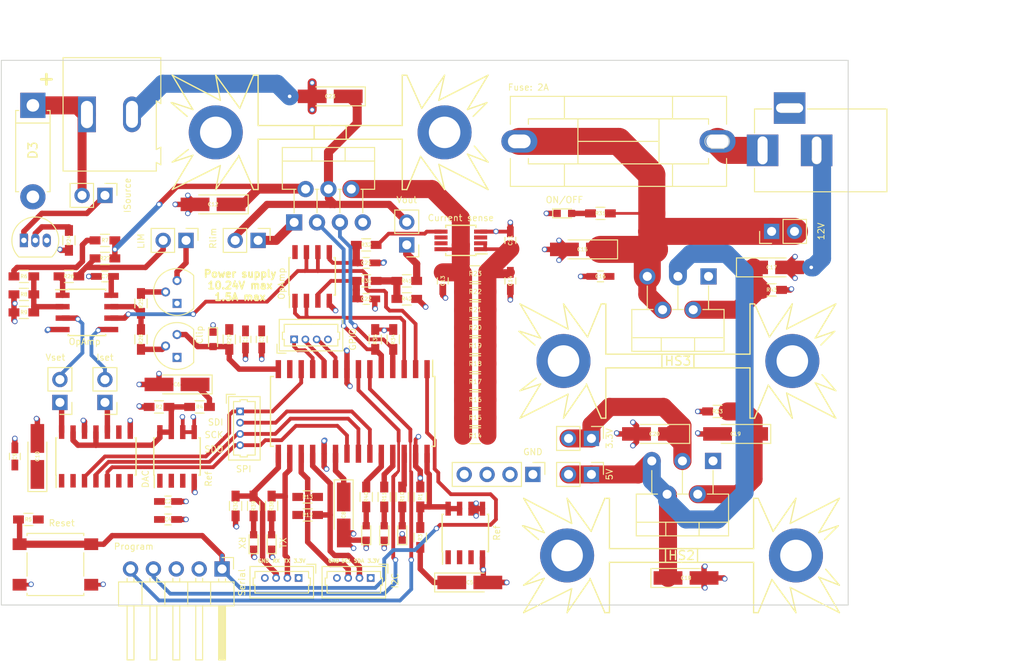
<source format=kicad_pcb>
(kicad_pcb (version 4) (host pcbnew 4.0.7-e2-6376~58~ubuntu16.04.1)
  (layers (0 F.Cu signal) (31 B.Cu signal) (34 B.Paste user) (35 F.Paste user) (36 B.SilkS user) (37 F.SilkS user) (38 B.Mask user) (39 F.Mask user) (44 Edge.Cuts user))
  (net 0 "")
  (net 1 +3V3)
  (net 2 GND)
  (net 3 "Net-(C5-Pad1)")
  (net 4 "Net-(C6-Pad1)")
  (net 5 +12V)
  (net 6 "Net-(C8-Pad1)")
  (net 7 /SET)
  (net 8 /3081_IN)
  (net 9 "Net-(C17-Pad1)")
  (net 10 +5V)
  (net 11 "Net-(C19-Pad1)")
  (net 12 "Net-(C21-Pad1)")
  (net 13 "Net-(C22-Pad1)")
  (net 14 "Net-(C23-Pad1)")
  (net 15 /Power/Pin)
  (net 16 "Net-(CON1-Pad3)")
  (net 17 "Net-(D1-Pad2)")
  (net 18 "Net-(D2-Pad2)")
  (net 19 "Net-(D4-Pad2)")
  (net 20 "Net-(D5-Pad2)")
  (net 21 "Net-(D6-Pad2)")
  (net 22 /CLIP)
  (net 23 /Vset)
  (net 24 "Net-(JP1-Pad2)")
  (net 25 /Iset)
  (net 26 "Net-(JP2-Pad2)")
  (net 27 "Net-(JP3-Pad1)")
  (net 28 "Net-(JP3-Pad2)")
  (net 29 "Net-(JP4-Pad1)")
  (net 30 "Net-(JP5-Pad1)")
  (net 31 "Net-(JP6-Pad1)")
  (net 32 /RESET)
  (net 33 /PGM_PGED)
  (net 34 /PGM_PGEC)
  (net 35 /SER_TX)
  (net 36 /SER_RX)
  (net 37 /I2C_SCL)
  (net 38 /I2C_SDA)
  (net 39 "Net-(Q1-Pad2)")
  (net 40 "Net-(Q2-Pad2)")
  (net 41 "Net-(R1-Pad1)")
  (net 42 /Vref_DAC)
  (net 43 "Net-(R6-Pad1)")
  (net 44 "Net-(R6-Pad2)")
  (net 45 "Net-(R10-Pad1)")
  (net 46 "Net-(R11-Pad1)")
  (net 47 "Net-(R24-Pad1)")
  (net 48 "Net-(R25-Pad1)")
  (net 49 "Net-(R26-Pad1)")
  (net 50 "Net-(R32-Pad2)")
  (net 51 /TEMP)
  (net 52 /IMON)
  (net 53 "Net-(R36-Pad1)")
  (net 54 /SPI_SDI)
  (net 55 /SPI_SDO)
  (net 56 "Net-(R40-Pad1)")
  (net 57 /VSENSE)
  (net 58 "Net-(U2-Pad2)")
  (net 59 "Net-(U3-Pad2)")
  (net 60 "Net-(U4-Pad2)")
  (net 61 /SPI_CS_DAC)
  (net 62 /SPI_SCK)
  (net 63 "Net-(U4-Pad6)")
  (net 64 "Net-(U4-Pad7)")
  (net 65 /VO_SENSE)
  (net 66 "Net-(U6-Pad7)")
  (net 67 "Net-(U9-Pad3)")
  (net 68 "Net-(U9-Pad6)")
  (net 69 "Net-(U9-Pad7)")
  (net 70 "Net-(U10-Pad1)")
  (net 71 "Net-(U11-Pad1)")
  (net 72 /GPIO3)
  (net 73 /GPIO2)
  (net 74 /GPIO1)
  (net 75 "Net-(D8-Pad2)")
  (module Resistors_SMD:R_0603_HandSoldering (layer F.Cu) (at 40 52 270)
    (fp_text reference R24 (at 0 0 270) (layer F.SilkS) (effects (font (size 0.4 0.4) (thickness 0.075))))
    (fp_text value 100 hide)
    (pad 1 smd rect (at -1.1 0 270) (size 1.2 0.9) (layers F.Cu F.Paste F.Mask) (net 47 "Net-(R24-Pad1)"))
    (pad 2 smd rect (at 1.1 0 270) (size 1.2 0.9) (layers F.Cu F.Paste F.Mask) (net 2 GND))
  )
  (module Diodes_THT:D_5W_P10.16mm_Horizontal (layer F.Cu) (at 36 37 270)
    (fp_text reference D3 (at 5 0 270) (layer F.SilkS))
    (fp_text value D_Zener hide)
    (pad 1 thru_hole rect (at 0 0 270) (size 2.8 2.8) (drill 1.4) (layers *.Cu *.Mask) (net 14 "Net-(C23-Pad1)"))
    (pad 2 thru_hole oval (at 10.16 0 270) (size 2.8 2.8) (drill 1.4) (layers *.Cu *.Mask) (net 2 GND))
  )
  (module Pin_Headers:Pin_Header_Straight_1x02_Pitch2.54mm (layer F.Cu) (at 44 70 180)
    (fp_text reference JP2 hide)
    (fp_text value "Iset " hide)
    (pad 1 thru_hole rect (at 0 0 180) (size 1.7 1.7) (drill 1) (layers *.Cu *.Mask) (net 25 /Iset))
    (pad 2 thru_hole oval (at 0 2.54 180) (size 1.7 1.7) (drill 1) (layers *.Cu *.Mask) (net 26 "Net-(JP2-Pad2)"))
  )
  (module Capacitors_Tantalum_SMD:CP_Tantalum_Case-A_EIA-3216-18_Hand (layer F.Cu) (at 36.5 76 90)
    (fp_text reference C10 (at 0 0 90) (layer F.SilkS) (effects (font (size 0.4 0.4) (thickness 0.075))))
    (fp_text value 10µ hide)
    (pad 1 smd rect (at -2 0 90) (size 3.2 1.5) (layers F.Cu F.Paste F.Mask) (net 1 +3V3))
    (pad 2 smd rect (at 2 0 90) (size 3.2 1.5) (layers F.Cu F.Paste F.Mask) (net 2 GND))
  )
  (module Resistors_SMD:R_0603_HandSoldering (layer F.Cu) (at 66.5 80.5)
    (fp_text reference R13 (at 0 0) (layer F.SilkS) (effects (font (size 0.4 0.4) (thickness 0.075))))
    (fp_text value 2k2 hide)
    (pad 1 smd rect (at -1.1 0) (size 1.2 0.9) (layers F.Cu F.Paste F.Mask) (net 1 +3V3))
    (pad 2 smd rect (at 1.1 0) (size 1.2 0.9) (layers F.Cu F.Paste F.Mask) (net 37 /I2C_SCL))
  )
  (module Capacitors_SMD:C_0603_HandSoldering (layer F.Cu) (at 59.6 63 270)
    (fp_text reference C1 (at 0 0 270) (layer F.SilkS) (effects (font (size 0.4 0.4) (thickness 0.075))))
    (fp_text value 1µ hide)
    (pad 1 smd rect (at -0.95 0 270) (size 1.2 0.75) (layers F.Cu F.Paste F.Mask) (net 1 +3V3))
    (pad 2 smd rect (at 0.95 0 270) (size 1.2 0.75) (layers F.Cu F.Paste F.Mask) (net 2 GND))
  )
  (module Capacitors_SMD:C_0603_HandSoldering (layer F.Cu) (at 51 81)
    (fp_text reference C2 (at 0 0) (layer F.SilkS) (effects (font (size 0.4 0.4) (thickness 0.075))))
    (fp_text value 1µ hide)
    (pad 1 smd rect (at -0.95 0) (size 1.2 0.75) (layers F.Cu F.Paste F.Mask) (net 1 +3V3))
    (pad 2 smd rect (at 0.95 0) (size 1.2 0.75) (layers F.Cu F.Paste F.Mask) (net 2 GND))
  )
  (module Capacitors_SMD:C_0603_HandSoldering (layer F.Cu) (at 61.4 63 270)
    (fp_text reference C3 (at 0 0 270) (layer F.SilkS) (effects (font (size 0.4 0.4) (thickness 0.075))))
    (fp_text value 10n hide)
    (pad 1 smd rect (at -0.95 0 270) (size 1.2 0.75) (layers F.Cu F.Paste F.Mask) (net 1 +3V3))
    (pad 2 smd rect (at 0.95 0 270) (size 1.2 0.75) (layers F.Cu F.Paste F.Mask) (net 2 GND))
  )
  (module Capacitors_SMD:C_0603_HandSoldering (layer F.Cu) (at 51 83)
    (fp_text reference C4 (at 0 0) (layer F.SilkS) (effects (font (size 0.4 0.4) (thickness 0.075))))
    (fp_text value 10n hide)
    (pad 1 smd rect (at -0.95 0) (size 1.2 0.75) (layers F.Cu F.Paste F.Mask) (net 1 +3V3))
    (pad 2 smd rect (at 0.95 0) (size 1.2 0.75) (layers F.Cu F.Paste F.Mask) (net 2 GND))
  )
  (module Capacitors_Tantalum_SMD:CP_Tantalum_Case-A_EIA-3216-18_Hand (layer F.Cu) (at 84.5 90)
    (fp_text reference C5 (at 0 0) (layer F.SilkS) (effects (font (size 0.4 0.4) (thickness 0.075))))
    (fp_text value 2.2µ hide)
    (pad 1 smd rect (at -2 0) (size 3.2 1.5) (layers F.Cu F.Paste F.Mask) (net 3 "Net-(C5-Pad1)"))
    (pad 2 smd rect (at 2 0) (size 3.2 1.5) (layers F.Cu F.Paste F.Mask) (net 2 GND))
  )
  (module Capacitors_Tantalum_SMD:CP_Tantalum_Case-A_EIA-3216-18_Hand (layer F.Cu) (at 52 68 180)
    (fp_text reference C6 (at 0 0 180) (layer F.SilkS) (effects (font (size 0.4 0.4) (thickness 0.075))))
    (fp_text value "2.2µ " hide)
    (pad 1 smd rect (at -2 0 180) (size 3.2 1.5) (layers F.Cu F.Paste F.Mask) (net 4 "Net-(C6-Pad1)"))
    (pad 2 smd rect (at 2 0 180) (size 3.2 1.5) (layers F.Cu F.Paste F.Mask) (net 2 GND))
  )
  (module Capacitors_SMD:C_0603_HandSoldering (layer F.Cu) (at 44 56 180)
    (fp_text reference C7 (at 0 0 180) (layer F.SilkS) (effects (font (size 0.4 0.4) (thickness 0.075))))
    (fp_text value 100n hide)
    (pad 1 smd rect (at -0.95 0 180) (size 1.2 0.75) (layers F.Cu F.Paste F.Mask) (net 5 +12V))
    (pad 2 smd rect (at 0.95 0 180) (size 1.2 0.75) (layers F.Cu F.Paste F.Mask) (net 2 GND))
  )
  (module Capacitors_Tantalum_SMD:CP_Tantalum_Case-A_EIA-3216-18_Hand (layer F.Cu) (at 70.5 82.5 270)
    (fp_text reference C8 (at 0 0 270) (layer F.SilkS) (effects (font (size 0.4 0.4) (thickness 0.075))))
    (fp_text value 10µ hide)
    (pad 1 smd rect (at -2 0 270) (size 3.2 1.5) (layers F.Cu F.Paste F.Mask) (net 6 "Net-(C8-Pad1)"))
    (pad 2 smd rect (at 2 0 270) (size 3.2 1.5) (layers F.Cu F.Paste F.Mask) (net 2 GND))
  )
  (module Capacitors_SMD:C_0603_HandSoldering (layer F.Cu) (at 34 76 90)
    (fp_text reference C9 (at 0 0 90) (layer F.SilkS) (effects (font (size 0.4 0.4) (thickness 0.075))))
    (fp_text value 100n hide)
    (pad 1 smd rect (at -0.95 0 90) (size 1.2 0.75) (layers F.Cu F.Paste F.Mask) (net 1 +3V3))
    (pad 2 smd rect (at 0.95 0 90) (size 1.2 0.75) (layers F.Cu F.Paste F.Mask) (net 2 GND))
  )
  (module Capacitors_SMD:C_0603_HandSoldering (layer F.Cu) (at 89 52 90)
    (fp_text reference C11 (at 0 0 90) (layer F.SilkS) (effects (font (size 0.4 0.4) (thickness 0.075))))
    (fp_text value 100n hide)
    (pad 1 smd rect (at -0.95 0 90) (size 1.2 0.75) (layers F.Cu F.Paste F.Mask) (net 5 +12V))
    (pad 2 smd rect (at 0.95 0 90) (size 1.2 0.75) (layers F.Cu F.Paste F.Mask) (net 2 GND))
  )
  (module Capacitors_Tantalum_SMD:CP_Tantalum_Case-A_EIA-3216-18_Hand (layer F.Cu) (at 56 48 180)
    (fp_text reference C12 (at 0 0 180) (layer F.SilkS) (effects (font (size 0.4 0.4) (thickness 0.075))))
    (fp_text value 10µ hide)
    (pad 1 smd rect (at -2 0 180) (size 3.2 1.5) (layers F.Cu F.Paste F.Mask) (net 7 /SET))
    (pad 2 smd rect (at 2 0 180) (size 3.2 1.5) (layers F.Cu F.Paste F.Mask) (net 2 GND))
  )
  (module Capacitors_SMD:C_0603_HandSoldering (layer F.Cu) (at 81.5 56.5 270)
    (fp_text reference C13 (at 0 0 270) (layer F.SilkS) (effects (font (size 0.4 0.4) (thickness 0.075))))
    (fp_text value 100n hide)
    (pad 1 smd rect (at -0.95 0 270) (size 1.2 0.75) (layers F.Cu F.Paste F.Mask) (net 8 /3081_IN))
    (pad 2 smd rect (at 0.95 0 270) (size 1.2 0.75) (layers F.Cu F.Paste F.Mask) (net 2 GND))
  )
  (module Capacitors_SMD:C_0603_HandSoldering (layer F.Cu) (at 89 56.5 270)
    (fp_text reference C14 (at 0 0 270) (layer F.SilkS) (effects (font (size 0.4 0.4) (thickness 0.075))))
    (fp_text value 100n hide)
    (pad 1 smd rect (at -0.95 0 270) (size 1.2 0.75) (layers F.Cu F.Paste F.Mask) (net 5 +12V))
    (pad 2 smd rect (at 0.95 0 270) (size 1.2 0.75) (layers F.Cu F.Paste F.Mask) (net 2 GND))
  )
  (module Capacitors_Tantalum_SMD:CP_Tantalum_Case-A_EIA-3216-18_Hand (layer F.Cu) (at 97 53 180)
    (fp_text reference C15 (at 0 0 180) (layer F.SilkS) (effects (font (size 0.4 0.4) (thickness 0.075))))
    (fp_text value 10µ hide)
    (pad 1 smd rect (at -2 0 180) (size 3.2 1.5) (layers F.Cu F.Paste F.Mask) (net 5 +12V))
    (pad 2 smd rect (at 2 0 180) (size 3.2 1.5) (layers F.Cu F.Paste F.Mask) (net 2 GND))
  )
  (module Capacitors_SMD:C_0603_HandSoldering (layer F.Cu) (at 99 56 180)
    (fp_text reference C16 (at 0 0 180) (layer F.SilkS) (effects (font (size 0.4 0.4) (thickness 0.075))))
    (fp_text value 100n hide)
    (pad 1 smd rect (at -0.95 0 180) (size 1.2 0.75) (layers F.Cu F.Paste F.Mask) (net 5 +12V))
    (pad 2 smd rect (at 0.95 0 180) (size 1.2 0.75) (layers F.Cu F.Paste F.Mask) (net 2 GND))
  )
  (module Capacitors_Tantalum_SMD:CP_Tantalum_Case-A_EIA-3216-18_Hand (layer F.Cu) (at 118 55)
    (fp_text reference C17 (at 0 0) (layer F.SilkS) (effects (font (size 0.4 0.4) (thickness 0.075))))
    (fp_text value 1µ hide)
    (pad 1 smd rect (at -2 0) (size 3.2 1.5) (layers F.Cu F.Paste F.Mask) (net 9 "Net-(C17-Pad1)"))
    (pad 2 smd rect (at 2 0) (size 3.2 1.5) (layers F.Cu F.Paste F.Mask) (net 2 GND))
  )
  (module Capacitors_Tantalum_SMD:CP_Tantalum_Case-A_EIA-3216-18_Hand (layer F.Cu) (at 108.5 89.5)
    (fp_text reference C18 (at 0 0) (layer F.SilkS) (effects (font (size 0.4 0.4) (thickness 0.075))))
    (fp_text value "2.2µ " hide)
    (pad 1 smd rect (at -2 0) (size 3.2 1.5) (layers F.Cu F.Paste F.Mask) (net 10 +5V))
    (pad 2 smd rect (at 2 0) (size 3.2 1.5) (layers F.Cu F.Paste F.Mask) (net 2 GND))
  )
  (module Capacitors_Tantalum_SMD:CP_Tantalum_Case-A_EIA-3216-18_Hand (layer F.Cu) (at 114 73.5 180)
    (fp_text reference C19 (at 0 0 180) (layer F.SilkS) (effects (font (size 0.4 0.4) (thickness 0.075))))
    (fp_text value 1µ hide)
    (pad 1 smd rect (at -2 0 180) (size 3.2 1.5) (layers F.Cu F.Paste F.Mask) (net 11 "Net-(C19-Pad1)"))
    (pad 2 smd rect (at 2 0 180) (size 3.2 1.5) (layers F.Cu F.Paste F.Mask) (net 2 GND))
  )
  (module Capacitors_Tantalum_SMD:CP_Tantalum_Case-A_EIA-3216-18_Hand (layer F.Cu) (at 105 73.5 180)
    (fp_text reference C20 (at 0 0 180) (layer F.SilkS) (effects (font (size 0.4 0.4) (thickness 0.075))))
    (fp_text value "2.2µ " hide)
    (pad 1 smd rect (at -2 0 180) (size 3.2 1.5) (layers F.Cu F.Paste F.Mask) (net 1 +3V3))
    (pad 2 smd rect (at 2 0 180) (size 3.2 1.5) (layers F.Cu F.Paste F.Mask) (net 2 GND))
  )
  (module Capacitors_SMD:C_0603_HandSoldering (layer F.Cu) (at 73 54.5)
    (fp_text reference C21 (at 0 0) (layer F.SilkS) (effects (font (size 0.4 0.4) (thickness 0.075))))
    (fp_text value 100n hide)
    (pad 1 smd rect (at -0.95 0) (size 1.2 0.75) (layers F.Cu F.Paste F.Mask) (net 12 "Net-(C21-Pad1)"))
    (pad 2 smd rect (at 0.95 0) (size 1.2 0.75) (layers F.Cu F.Paste F.Mask) (net 2 GND))
  )
  (module Capacitors_SMD:C_0603_HandSoldering (layer F.Cu) (at 73 58.5)
    (fp_text reference C22 (at 0 0) (layer F.SilkS) (effects (font (size 0.4 0.4) (thickness 0.075))))
    (fp_text value 100n hide)
    (pad 1 smd rect (at -0.95 0) (size 1.2 0.75) (layers F.Cu F.Paste F.Mask) (net 13 "Net-(C22-Pad1)"))
    (pad 2 smd rect (at 0.95 0) (size 1.2 0.75) (layers F.Cu F.Paste F.Mask) (net 2 GND))
  )
  (module Capacitors_Tantalum_SMD:CP_Tantalum_Case-A_EIA-3216-18_Hand (layer F.Cu) (at 69 36 180)
    (fp_text reference C23 (at 0 0 180) (layer F.SilkS) (effects (font (size 0.4 0.4) (thickness 0.075))))
    (fp_text value 10µ hide)
    (pad 1 smd rect (at -2 0 180) (size 3.2 1.5) (layers F.Cu F.Paste F.Mask) (net 14 "Net-(C23-Pad1)"))
    (pad 2 smd rect (at 2 0 180) (size 3.2 1.5) (layers F.Cu F.Paste F.Mask) (net 2 GND))
  )
  (module Connectors:BARREL_JACK (layer F.Cu) (at 117 42 180)
    (fp_text reference CON1 hide)
    (fp_text value BARREL_JACK hide)
    (pad 1 thru_hole rect (at 0 0 180) (size 3.5 3.5) (drill oval 1.1 3.1) (layers *.Cu *.Mask) (net 15 /Power/Pin))
    (pad 2 thru_hole rect (at -6 0 180) (size 3.5 3.5) (drill oval 1 3) (layers *.Cu *.Mask) (net 2 GND))
    (pad 3 thru_hole rect (at -3 4.7 180) (size 3.5 3.5) (drill oval 3 1) (layers *.Cu *.Mask) (net 16 "Net-(CON1-Pad3)"))
  )
  (module LEDs:LED_0603 (layer F.Cu) (at 77 84.5 90)
    (fp_text reference D1 hide)
    (fp_text value LED hide)
    (pad 2 smd rect (at 0.8 0 270) (size 0.8 0.8) (layers F.Cu F.Paste F.Mask) (net 17 "Net-(D1-Pad2)"))
    (pad 1 smd rect (at -0.8 0 270) (size 0.8 0.8) (layers F.Cu F.Paste F.Mask) (net 2 GND))
  )
  (module LEDs:LED_0603 (layer F.Cu) (at 75 84.5 90)
    (fp_text reference D2 hide)
    (fp_text value LED hide)
    (pad 2 smd rect (at 0.8 0 270) (size 0.8 0.8) (layers F.Cu F.Paste F.Mask) (net 18 "Net-(D2-Pad2)"))
    (pad 1 smd rect (at -0.8 0 270) (size 0.8 0.8) (layers F.Cu F.Paste F.Mask) (net 2 GND))
  )
  (module LEDs:LED_0603 (layer F.Cu) (at 62.5 85.5 90)
    (fp_text reference D4 hide)
    (fp_text value LED hide)
    (pad 2 smd rect (at 0.8 0 270) (size 0.8 0.8) (layers F.Cu F.Paste F.Mask) (net 19 "Net-(D4-Pad2)"))
    (pad 1 smd rect (at -0.8 0 270) (size 0.8 0.8) (layers F.Cu F.Paste F.Mask) (net 2 GND))
  )
  (module LEDs:LED_0603 (layer F.Cu) (at 60.5 85.5 90)
    (fp_text reference D5 hide)
    (fp_text value LED hide)
    (pad 2 smd rect (at 0.8 0 270) (size 0.8 0.8) (layers F.Cu F.Paste F.Mask) (net 20 "Net-(D5-Pad2)"))
    (pad 1 smd rect (at -0.8 0 270) (size 0.8 0.8) (layers F.Cu F.Paste F.Mask) (net 2 GND))
  )
  (module LEDs:LED_0603 (layer F.Cu) (at 73 84.5 90)
    (fp_text reference D6 hide)
    (fp_text value LED hide)
    (pad 2 smd rect (at 0.8 0 270) (size 0.8 0.8) (layers F.Cu F.Paste F.Mask) (net 21 "Net-(D6-Pad2)"))
    (pad 1 smd rect (at -0.8 0 270) (size 0.8 0.8) (layers F.Cu F.Paste F.Mask) (net 2 GND))
  )
  (module LEDs:LED_0603 (layer F.Cu) (at 56 63 270)
    (fp_text reference D7 hide)
    (fp_text value LED hide)
    (pad 2 smd rect (at 0.8 0 90) (size 0.8 0.8) (layers F.Cu F.Paste F.Mask) (net 22 /CLIP))
    (pad 1 smd rect (at -0.8 0 90) (size 0.8 0.8) (layers F.Cu F.Paste F.Mask) (net 2 GND))
  )
  (module Fuse_Holders_and_Fuses:Fuseholder5x20_horiz_SemiClosed_Casing10x25mm (layer F.Cu) (at 90 41)
    (fp_text reference F1 hide)
    (fp_text value Fuse hide)
    (pad 2 thru_hole oval (at 22 0 270) (size 2.5 4) (drill oval 1.5 2.5) (layers *.Cu *.Mask) (net 15 /Power/Pin))
    (pad 1 thru_hole oval (at 0 0 270) (size 2.5 4) (drill oval 1.5 2.5) (layers *.Cu *.Mask) (net 5 +12V))
  )
  (module Heatsinks:Heatsink_Fischer_SK104-STCB_35x13mm__2xDrill3.5mm_ScrewM3 (layer F.Cu) (at 69 40)
    (fp_text reference HS1 hide)
    (fp_text value HEATSINK hide)
    (pad 1 thru_hole circle (at 12.7 0) (size 5.99948 5.99948) (drill 3.50012) (layers *.Cu *.Mask))
    (pad 1 thru_hole circle (at -12.7 0) (size 5.99948 5.99948) (drill 3.50012) (layers *.Cu *.Mask))
  )
  (module Heatsinks:Heatsink_Fischer_SK104-STCB_35x13mm__2xDrill3.5mm_ScrewM3 (layer F.Cu) (at 108 87)
    (fp_text reference HS2 (at 0 0) (layer F.SilkS))
    (fp_text value HEATSINK hide)
    (pad 1 thru_hole circle (at 12.7 0) (size 5.99948 5.99948) (drill 3.50012) (layers *.Cu *.Mask))
    (pad 1 thru_hole circle (at -12.7 0) (size 5.99948 5.99948) (drill 3.50012) (layers *.Cu *.Mask))
  )
  (module Heatsinks:Heatsink_Fischer_SK104-STCB_35x13mm__2xDrill3.5mm_ScrewM3 (layer F.Cu) (at 107.6 65.4)
    (fp_text reference HS3 (at 0 0) (layer F.SilkS))
    (fp_text value HEATSINK hide)
    (pad 1 thru_hole circle (at 12.7 0) (size 5.99948 5.99948) (drill 3.50012) (layers *.Cu *.Mask))
    (pad 1 thru_hole circle (at -12.7 0) (size 5.99948 5.99948) (drill 3.50012) (layers *.Cu *.Mask))
  )
  (module Pin_Headers:Pin_Header_Straight_1x02_Pitch2.54mm (layer F.Cu) (at 39 70 180)
    (fp_text reference JP1 hide)
    (fp_text value "Vset " hide)
    (pad 1 thru_hole rect (at 0 0 180) (size 1.7 1.7) (drill 1) (layers *.Cu *.Mask) (net 23 /Vset))
    (pad 2 thru_hole oval (at 0 2.54 180) (size 1.7 1.7) (drill 1) (layers *.Cu *.Mask) (net 24 "Net-(JP1-Pad2)"))
  )
  (module Pin_Headers:Pin_Header_Straight_1x02_Pitch2.54mm (layer F.Cu) (at 53 52 270)
    (fp_text reference JP3 hide)
    (fp_text value " ")
    (pad 1 thru_hole rect (at 0 0 270) (size 1.7 1.7) (drill 1) (layers *.Cu *.Mask) (net 27 "Net-(JP3-Pad1)"))
    (pad 2 thru_hole oval (at 0 2.54 270) (size 1.7 1.7) (drill 1) (layers *.Cu *.Mask) (net 28 "Net-(JP3-Pad2)"))
  )
  (module Pin_Headers:Pin_Header_Straight_1x02_Pitch2.54mm (layer F.Cu) (at 44 47 270)
    (fp_text reference JP5 hide)
    (fp_text value "Ilim " hide)
    (pad 1 thru_hole rect (at 0 0 270) (size 1.7 1.7) (drill 1) (layers *.Cu *.Mask) (net 30 "Net-(JP5-Pad1)"))
    (pad 2 thru_hole oval (at 0 2.54 270) (size 1.7 1.7) (drill 1) (layers *.Cu *.Mask) (net 14 "Net-(C23-Pad1)"))
  )
  (module Pin_Headers:Pin_Header_Straight_1x02_Pitch2.54mm (layer F.Cu) (at 77.5 52.5 180)
    (fp_text reference JP6 hide)
    (fp_text value " ")
    (pad 1 thru_hole rect (at 0 0 180) (size 1.7 1.7) (drill 1) (layers *.Cu *.Mask) (net 31 "Net-(JP6-Pad1)"))
    (pad 2 thru_hole oval (at 0 2.54 180) (size 1.7 1.7) (drill 1) (layers *.Cu *.Mask) (net 14 "Net-(C23-Pad1)"))
  )
  (module Pin_Headers:Pin_Header_Straight_1x02_Pitch2.54mm (layer F.Cu) (at 118 51 90)
    (fp_text reference P1 hide)
    (fp_text value 12V hide)
    (pad 1 thru_hole rect (at 0 0 90) (size 1.7 1.7) (drill 1) (layers *.Cu *.Mask) (net 5 +12V))
    (pad 2 thru_hole oval (at 0 2.54 90) (size 1.7 1.7) (drill 1) (layers *.Cu *.Mask) (net 5 +12V))
  )
  (module Pin_Headers:Pin_Header_Straight_1x02_Pitch2.54mm (layer F.Cu) (at 98 78 270)
    (fp_text reference P2 hide)
    (fp_text value 5V hide)
    (pad 1 thru_hole rect (at 0 0 270) (size 1.7 1.7) (drill 1) (layers *.Cu *.Mask) (net 10 +5V))
    (pad 2 thru_hole oval (at 0 2.54 270) (size 1.7 1.7) (drill 1) (layers *.Cu *.Mask) (net 10 +5V))
  )
  (module Pin_Headers:Pin_Header_Straight_1x02_Pitch2.54mm (layer F.Cu) (at 98 74 270)
    (fp_text reference P3 hide)
    (fp_text value 3V3 hide)
    (pad 1 thru_hole rect (at 0 0 270) (size 1.7 1.7) (drill 1) (layers *.Cu *.Mask) (net 1 +3V3))
    (pad 2 thru_hole oval (at 0 2.54 270) (size 1.7 1.7) (drill 1) (layers *.Cu *.Mask) (net 1 +3V3))
  )
  (module Pin_Headers:Pin_Header_Straight_1x04_Pitch2.54mm (layer F.Cu) (at 91.5 78 270)
    (fp_text reference P4 hide)
    (fp_text value GND hide)
    (pad 1 thru_hole rect (at 0 0 270) (size 1.7 1.7) (drill 1) (layers *.Cu *.Mask) (net 2 GND))
    (pad 2 thru_hole oval (at 0 2.54 270) (size 1.7 1.7) (drill 1) (layers *.Cu *.Mask) (net 2 GND))
    (pad 3 thru_hole oval (at 0 5.08 270) (size 1.7 1.7) (drill 1) (layers *.Cu *.Mask) (net 2 GND))
    (pad 4 thru_hole oval (at 0 7.62 270) (size 1.7 1.7) (drill 1) (layers *.Cu *.Mask) (net 2 GND))
  )
  (module Pin_Headers:Pin_Header_Angled_1x05_Pitch2.54mm (layer F.Cu) (at 57 88.5 270)
    (fp_text reference P5 hide)
    (fp_text value PGM hide)
    (pad 1 thru_hole rect (at 0 0 270) (size 1.7 1.7) (drill 1) (layers *.Cu *.Mask) (net 32 /RESET))
    (pad 2 thru_hole oval (at 0 2.54 270) (size 1.7 1.7) (drill 1) (layers *.Cu *.Mask) (net 1 +3V3))
    (pad 3 thru_hole oval (at 0 5.08 270) (size 1.7 1.7) (drill 1) (layers *.Cu *.Mask) (net 2 GND))
    (pad 4 thru_hole oval (at 0 7.62 270) (size 1.7 1.7) (drill 1) (layers *.Cu *.Mask) (net 33 /PGM_PGED))
    (pad 5 thru_hole oval (at 0 10.16 270) (size 1.7 1.7) (drill 1) (layers *.Cu *.Mask) (net 34 /PGM_PGEC))
  )
  (module Connectors_Molex:Molex_PicoBlade_53047-0410_04x1.25mm_Straight (layer F.Cu) (at 65.5 89.5 180)
    (fp_text reference P6 hide)
    (fp_text value SERIAL hide)
    (pad 1 thru_hole rect (at 0 0 180) (size 0.85 0.85) (drill 0.5) (layers *.Cu *.Mask) (net 1 +3V3))
    (pad 2 thru_hole circle (at 1.25 0 180) (size 0.85 0.85) (drill 0.5) (layers *.Cu *.Mask) (net 35 /SER_TX))
    (pad 3 thru_hole circle (at 2.5 0 180) (size 0.85 0.85) (drill 0.5) (layers *.Cu *.Mask) (net 36 /SER_RX))
    (pad 4 thru_hole circle (at 3.75 0 180) (size 0.85 0.85) (drill 0.5) (layers *.Cu *.Mask) (net 2 GND))
  )
  (module Connectors_Molex:Molex_PicoBlade_53047-0410_04x1.25mm_Straight (layer F.Cu) (at 73.5 89.5 180)
    (fp_text reference P7 hide)
    (fp_text value I2C hide)
    (pad 1 thru_hole rect (at 0 0 180) (size 0.85 0.85) (drill 0.5) (layers *.Cu *.Mask) (net 1 +3V3))
    (pad 2 thru_hole circle (at 1.25 0 180) (size 0.85 0.85) (drill 0.5) (layers *.Cu *.Mask) (net 38 /I2C_SDA))
    (pad 3 thru_hole circle (at 2.5 0 180) (size 0.85 0.85) (drill 0.5) (layers *.Cu *.Mask) (net 37 /I2C_SCL))
    (pad 4 thru_hole circle (at 3.75 0 180) (size 0.85 0.85) (drill 0.5) (layers *.Cu *.Mask) (net 2 GND))
  )
  (module Connectors:AK300-2 (layer F.Cu) (at 42 38)
    (fp_text reference P8 hide)
    (fp_text value OUT hide)
    (pad 1 thru_hole rect (at 0 0) (size 1.98 3.96) (drill oval 1.32 3) (layers *.Cu *.Paste *.Mask) (net 14 "Net-(C23-Pad1)"))
    (pad 2 thru_hole oval (at 5 0) (size 1.98 3.96) (drill oval 1.32 3) (layers *.Cu *.Paste *.Mask) (net 2 GND))
  )
  (module TO_SOT_Packages_THT:TO-92_Molded_Narrow (layer F.Cu) (at 52 59 90)
    (fp_text reference Q1 hide)
    (fp_text value 2N3904 hide)
    (pad 2 thru_hole circle (at 1.27 -1.27 180) (size 1 1) (drill 0.6) (layers *.Cu *.Mask) (net 39 "Net-(Q1-Pad2)"))
    (pad 3 thru_hole circle (at 2.54 0 180) (size 1 1) (drill 0.6) (layers *.Cu *.Mask) (net 27 "Net-(JP3-Pad1)"))
    (pad 1 thru_hole rect (at 0 0 180) (size 1 1) (drill 0.6) (layers *.Cu *.Mask) (net 2 GND))
  )
  (module TO_SOT_Packages_THT:TO-92_Molded_Narrow (layer F.Cu) (at 52 65 90)
    (fp_text reference Q2 hide)
    (fp_text value 2N3904 hide)
    (pad 2 thru_hole circle (at 1.27 -1.27 180) (size 1 1) (drill 0.6) (layers *.Cu *.Mask) (net 40 "Net-(Q2-Pad2)"))
    (pad 3 thru_hole circle (at 2.54 0 180) (size 1 1) (drill 0.6) (layers *.Cu *.Mask) (net 22 /CLIP))
    (pad 1 thru_hole rect (at 0 0 180) (size 1 1) (drill 0.6) (layers *.Cu *.Mask) (net 2 GND))
  )
  (module Resistors_SMD:R_0603_HandSoldering (layer F.Cu) (at 79 80.5 90)
    (fp_text reference R1 (at 0 0 90) (layer F.SilkS) (effects (font (size 0.4 0.4) (thickness 0.075))))
    (fp_text value 1k hide)
    (pad 1 smd rect (at -1.1 0 90) (size 1.2 0.9) (layers F.Cu F.Paste F.Mask) (net 41 "Net-(R1-Pad1)"))
    (pad 2 smd rect (at 1.1 0 90) (size 1.2 0.9) (layers F.Cu F.Paste F.Mask) (net 2 GND))
  )
  (module Resistors_SMD:R_0603_HandSoldering (layer F.Cu) (at 50 70.5 180)
    (fp_text reference R2 (at 0 0 180) (layer F.SilkS) (effects (font (size 0.4 0.4) (thickness 0.075))))
    (fp_text value 1k hide)
    (pad 1 smd rect (at -1.1 0 180) (size 1.2 0.9) (layers F.Cu F.Paste F.Mask) (net 42 /Vref_DAC))
    (pad 2 smd rect (at 1.1 0 180) (size 1.2 0.9) (layers F.Cu F.Paste F.Mask) (net 2 GND))
  )
  (module Resistors_SMD:R_0603_HandSoldering (layer F.Cu) (at 79 85 270)
    (fp_text reference R3 (at 0 0 270) (layer F.SilkS) (effects (font (size 0.4 0.4) (thickness 0.075))))
    (fp_text value 50 hide)
    (pad 1 smd rect (at -1.1 0 270) (size 1.2 0.9) (layers F.Cu F.Paste F.Mask) (net 41 "Net-(R1-Pad1)"))
    (pad 2 smd rect (at 1.1 0 270) (size 1.2 0.9) (layers F.Cu F.Paste F.Mask) (net 3 "Net-(C5-Pad1)"))
  )
  (module Resistors_SMD:R_0603_HandSoldering (layer F.Cu) (at 54.5 70.5)
    (fp_text reference R4 (at 0 0) (layer F.SilkS) (effects (font (size 0.4 0.4) (thickness 0.075))))
    (fp_text value 50 hide)
    (pad 1 smd rect (at -1.1 0) (size 1.2 0.9) (layers F.Cu F.Paste F.Mask) (net 42 /Vref_DAC))
    (pad 2 smd rect (at 1.1 0) (size 1.2 0.9) (layers F.Cu F.Paste F.Mask) (net 4 "Net-(C6-Pad1)"))
  )
  (module Resistors_SMD:R_0603_HandSoldering (layer F.Cu) (at 35.5 83)
    (fp_text reference R5 (at 0 0) (layer F.SilkS) (effects (font (size 0.4 0.4) (thickness 0.075))))
    (fp_text value 10k hide)
    (pad 1 smd rect (at -1.1 0) (size 1.2 0.9) (layers F.Cu F.Paste F.Mask) (net 32 /RESET))
    (pad 2 smd rect (at 1.1 0) (size 1.2 0.9) (layers F.Cu F.Paste F.Mask) (net 1 +3V3))
  )
  (module Resistors_SMD:R_0603_HandSoldering (layer F.Cu) (at 35 56 180)
    (fp_text reference R6 (at 0 0 180) (layer F.SilkS) (effects (font (size 0.4 0.4) (thickness 0.075))))
    (fp_text value 10k hide)
    (pad 1 smd rect (at -1.1 0 180) (size 1.2 0.9) (layers F.Cu F.Paste F.Mask) (net 43 "Net-(R6-Pad1)"))
    (pad 2 smd rect (at 1.1 0 180) (size 1.2 0.9) (layers F.Cu F.Paste F.Mask) (net 44 "Net-(R6-Pad2)"))
  )
  (module Resistors_SMD:R_0603_HandSoldering (layer F.Cu) (at 44 52)
    (fp_text reference R7 (at 0 0) (layer F.SilkS) (effects (font (size 0.4 0.4) (thickness 0.075))))
    (fp_text value 10k hide)
    (pad 1 smd rect (at -1.1 0) (size 1.2 0.9) (layers F.Cu F.Paste F.Mask) (net 44 "Net-(R6-Pad2)"))
    (pad 2 smd rect (at 1.1 0) (size 1.2 0.9) (layers F.Cu F.Paste F.Mask) (net 7 /SET))
  )
  (module Resistors_SMD:R_0603_HandSoldering (layer F.Cu) (at 35 58 180)
    (fp_text reference R8 (at 0 0 180) (layer F.SilkS) (effects (font (size 0.4 0.4) (thickness 0.075))))
    (fp_text value 10k hide)
    (pad 1 smd rect (at -1.1 0 180) (size 1.2 0.9) (layers F.Cu F.Paste F.Mask) (net 43 "Net-(R6-Pad1)"))
    (pad 2 smd rect (at 1.1 0 180) (size 1.2 0.9) (layers F.Cu F.Paste F.Mask) (net 2 GND))
  )
  (module Resistors_SMD:R_0603_HandSoldering (layer F.Cu) (at 35 60 180)
    (fp_text reference R9 (at 0 0 180) (layer F.SilkS) (effects (font (size 0.4 0.4) (thickness 0.075))))
    (fp_text value 10k hide)
    (pad 1 smd rect (at -1.1 0 180) (size 1.2 0.9) (layers F.Cu F.Paste F.Mask) (net 43 "Net-(R6-Pad1)"))
    (pad 2 smd rect (at 1.1 0 180) (size 1.2 0.9) (layers F.Cu F.Paste F.Mask) (net 2 GND))
  )
  (module Resistors_SMD:R_0603_HandSoldering (layer F.Cu) (at 77 80.5 270)
    (fp_text reference R10 (at 0 0 270) (layer F.SilkS) (effects (font (size 0.4 0.4) (thickness 0.075))))
    (fp_text value 196 hide)
    (pad 1 smd rect (at -1.1 0 270) (size 1.2 0.9) (layers F.Cu F.Paste F.Mask) (net 45 "Net-(R10-Pad1)"))
    (pad 2 smd rect (at 1.1 0 270) (size 1.2 0.9) (layers F.Cu F.Paste F.Mask) (net 17 "Net-(D1-Pad2)"))
  )
  (module Resistors_SMD:R_0603_HandSoldering (layer F.Cu) (at 75 80.5 270)
    (fp_text reference R11 (at 0 0 270) (layer F.SilkS) (effects (font (size 0.4 0.4) (thickness 0.075))))
    (fp_text value 196 hide)
    (pad 1 smd rect (at -1.1 0 270) (size 1.2 0.9) (layers F.Cu F.Paste F.Mask) (net 46 "Net-(R11-Pad1)"))
    (pad 2 smd rect (at 1.1 0 270) (size 1.2 0.9) (layers F.Cu F.Paste F.Mask) (net 18 "Net-(D2-Pad2)"))
  )
  (module Resistors_SMD:R_0603_HandSoldering (layer F.Cu) (at 66.5 82.5)
    (fp_text reference R12 (at 0 0) (layer F.SilkS) (effects (font (size 0.4 0.4) (thickness 0.075))))
    (fp_text value 2k2 hide)
    (pad 1 smd rect (at -1.1 0) (size 1.2 0.9) (layers F.Cu F.Paste F.Mask) (net 1 +3V3))
    (pad 2 smd rect (at 1.1 0) (size 1.2 0.9) (layers F.Cu F.Paste F.Mask) (net 38 /I2C_SDA))
  )
  (module Resistors_SMD:R_0805_HandSoldering (layer F.Cu) (at 85.1 73.7)
    (fp_text reference R14 (at 0 0) (layer F.SilkS) (effects (font (size 0.5 0.5) (thickness 0.075))))
    (fp_text value 1 hide)
    (pad 1 smd rect (at -1.35 0) (size 1.5 1.3) (layers F.Cu F.Paste F.Mask) (net 8 /3081_IN))
    (pad 2 smd rect (at 1.35 0) (size 1.5 1.3) (layers F.Cu F.Paste F.Mask) (net 5 +12V))
  )
  (module Resistors_SMD:R_0805_HandSoldering (layer F.Cu) (at 85.1 71.7)
    (fp_text reference R15 (at 0 0) (layer F.SilkS) (effects (font (size 0.5 0.5) (thickness 0.075))))
    (fp_text value 1 hide)
    (pad 1 smd rect (at -1.35 0) (size 1.5 1.3) (layers F.Cu F.Paste F.Mask) (net 8 /3081_IN))
    (pad 2 smd rect (at 1.35 0) (size 1.5 1.3) (layers F.Cu F.Paste F.Mask) (net 5 +12V))
  )
  (module Resistors_SMD:R_0805_HandSoldering (layer F.Cu) (at 85.1 69.7)
    (fp_text reference R16 (at 0 0) (layer F.SilkS) (effects (font (size 0.5 0.5) (thickness 0.075))))
    (fp_text value 1 hide)
    (pad 1 smd rect (at -1.35 0) (size 1.5 1.3) (layers F.Cu F.Paste F.Mask) (net 8 /3081_IN))
    (pad 2 smd rect (at 1.35 0) (size 1.5 1.3) (layers F.Cu F.Paste F.Mask) (net 5 +12V))
  )
  (module Resistors_SMD:R_0805_HandSoldering (layer F.Cu) (at 85.1 67.7)
    (fp_text reference R17 (at 0 0) (layer F.SilkS) (effects (font (size 0.5 0.5) (thickness 0.075))))
    (fp_text value 1 hide)
    (pad 1 smd rect (at -1.35 0) (size 1.5 1.3) (layers F.Cu F.Paste F.Mask) (net 8 /3081_IN))
    (pad 2 smd rect (at 1.35 0) (size 1.5 1.3) (layers F.Cu F.Paste F.Mask) (net 5 +12V))
  )
  (module Resistors_SMD:R_0805_HandSoldering (layer F.Cu) (at 85.1 65.7)
    (fp_text reference R18 (at 0 0) (layer F.SilkS) (effects (font (size 0.5 0.5) (thickness 0.075))))
    (fp_text value 1 hide)
    (pad 1 smd rect (at -1.35 0) (size 1.5 1.3) (layers F.Cu F.Paste F.Mask) (net 8 /3081_IN))
    (pad 2 smd rect (at 1.35 0) (size 1.5 1.3) (layers F.Cu F.Paste F.Mask) (net 5 +12V))
  )
  (module Resistors_SMD:R_0805_HandSoldering (layer F.Cu) (at 85.1 63.7)
    (fp_text reference R19 (at 0 0) (layer F.SilkS) (effects (font (size 0.5 0.5) (thickness 0.075))))
    (fp_text value 1 hide)
    (pad 1 smd rect (at -1.35 0) (size 1.5 1.3) (layers F.Cu F.Paste F.Mask) (net 8 /3081_IN))
    (pad 2 smd rect (at 1.35 0) (size 1.5 1.3) (layers F.Cu F.Paste F.Mask) (net 5 +12V))
  )
  (module Resistors_SMD:R_0805_HandSoldering (layer F.Cu) (at 85.1 61.7)
    (fp_text reference R20 (at 0 0) (layer F.SilkS) (effects (font (size 0.5 0.5) (thickness 0.075))))
    (fp_text value 1 hide)
    (pad 1 smd rect (at -1.35 0) (size 1.5 1.3) (layers F.Cu F.Paste F.Mask) (net 8 /3081_IN))
    (pad 2 smd rect (at 1.35 0) (size 1.5 1.3) (layers F.Cu F.Paste F.Mask) (net 5 +12V))
  )
  (module Resistors_SMD:R_0805_HandSoldering (layer F.Cu) (at 85.1 59.7)
    (fp_text reference R21 (at 0 0) (layer F.SilkS) (effects (font (size 0.5 0.5) (thickness 0.075))))
    (fp_text value 1 hide)
    (pad 1 smd rect (at -1.35 0) (size 1.5 1.3) (layers F.Cu F.Paste F.Mask) (net 8 /3081_IN))
    (pad 2 smd rect (at 1.35 0) (size 1.5 1.3) (layers F.Cu F.Paste F.Mask) (net 5 +12V))
  )
  (module Resistors_SMD:R_0805_HandSoldering (layer F.Cu) (at 85.1 57.7)
    (fp_text reference R22 (at 0 0) (layer F.SilkS) (effects (font (size 0.5 0.5) (thickness 0.075))))
    (fp_text value 1 hide)
    (pad 1 smd rect (at -1.35 0) (size 1.5 1.3) (layers F.Cu F.Paste F.Mask) (net 8 /3081_IN))
    (pad 2 smd rect (at 1.35 0) (size 1.5 1.3) (layers F.Cu F.Paste F.Mask) (net 5 +12V))
  )
  (module Resistors_SMD:R_0805_HandSoldering (layer F.Cu) (at 85.1 55.7)
    (fp_text reference R23 (at 0 0) (layer F.SilkS) (effects (font (size 0.5 0.5) (thickness 0.075))))
    (fp_text value 1 hide)
    (pad 1 smd rect (at -1.35 0) (size 1.5 1.3) (layers F.Cu F.Paste F.Mask) (net 8 /3081_IN))
    (pad 2 smd rect (at 1.35 0) (size 1.5 1.3) (layers F.Cu F.Paste F.Mask) (net 5 +12V))
  )
  (module Resistors_SMD:R_0603_HandSoldering (layer F.Cu) (at 48 59 90)
    (fp_text reference R25 (at 0 0 90) (layer F.SilkS) (effects (font (size 0.4 0.4) (thickness 0.075))))
    (fp_text value 10k hide)
    (pad 1 smd rect (at -1.1 0 90) (size 1.2 0.9) (layers F.Cu F.Paste F.Mask) (net 48 "Net-(R25-Pad1)"))
    (pad 2 smd rect (at 1.1 0 90) (size 1.2 0.9) (layers F.Cu F.Paste F.Mask) (net 39 "Net-(Q1-Pad2)"))
  )
  (module Resistors_SMD:R_0603_HandSoldering (layer F.Cu) (at 40 56)
    (fp_text reference R26 (at 0 0) (layer F.SilkS) (effects (font (size 0.4 0.4) (thickness 0.075))))
    (fp_text value 1k hide)
    (pad 1 smd rect (at -1.1 0) (size 1.2 0.9) (layers F.Cu F.Paste F.Mask) (net 49 "Net-(R26-Pad1)"))
    (pad 2 smd rect (at 1.1 0) (size 1.2 0.9) (layers F.Cu F.Paste F.Mask) (net 28 "Net-(JP3-Pad2)"))
  )
  (module Resistors_SMD:R_0603_HandSoldering (layer F.Cu) (at 44 54)
    (fp_text reference R27 (at 0 0) (layer F.SilkS) (effects (font (size 0.4 0.4) (thickness 0.075))))
    (fp_text value 100 hide)
    (pad 1 smd rect (at -1.1 0) (size 1.2 0.9) (layers F.Cu F.Paste F.Mask) (net 28 "Net-(JP3-Pad2)"))
    (pad 2 smd rect (at 1.1 0) (size 1.2 0.9) (layers F.Cu F.Paste F.Mask) (net 7 /SET))
  )
  (module Resistors_SMD:R_0603_HandSoldering (layer F.Cu) (at 48 63 270)
    (fp_text reference R28 (at 0 0 270) (layer F.SilkS) (effects (font (size 0.4 0.4) (thickness 0.075))))
    (fp_text value 10k hide)
    (pad 1 smd rect (at -1.1 0 270) (size 1.2 0.9) (layers F.Cu F.Paste F.Mask) (net 48 "Net-(R25-Pad1)"))
    (pad 2 smd rect (at 1.1 0 270) (size 1.2 0.9) (layers F.Cu F.Paste F.Mask) (net 40 "Net-(Q2-Pad2)"))
  )
  (module Resistors_SMD:R_0603_HandSoldering (layer F.Cu) (at 57.8 63 270)
    (fp_text reference R29 (at 0 0 270) (layer F.SilkS) (effects (font (size 0.4 0.4) (thickness 0.075))))
    (fp_text value 1k hide)
    (pad 1 smd rect (at -1.1 0 270) (size 1.2 0.9) (layers F.Cu F.Paste F.Mask) (net 1 +3V3))
    (pad 2 smd rect (at 1.1 0 270) (size 1.2 0.9) (layers F.Cu F.Paste F.Mask) (net 22 /CLIP))
  )
  (module Resistors_SMD:R_0603_HandSoldering (layer F.Cu) (at 58.5 81.5 90)
    (fp_text reference R30 (at 0 0 90) (layer F.SilkS) (effects (font (size 0.4 0.4) (thickness 0.075))))
    (fp_text value 10k hide)
    (pad 1 smd rect (at -1.1 0 90) (size 1.2 0.9) (layers F.Cu F.Paste F.Mask) (net 2 GND))
    (pad 2 smd rect (at 1.1 0 90) (size 1.2 0.9) (layers F.Cu F.Paste F.Mask) (net 36 /SER_RX))
  )
  (module Resistors_SMD:R_0603_HandSoldering (layer F.Cu) (at 73 52.5)
    (fp_text reference R32 (at 0 0) (layer F.SilkS) (effects (font (size 0.4 0.4) (thickness 0.075))))
    (fp_text value 1k hide)
    (pad 1 smd rect (at -1.1 0) (size 1.2 0.9) (layers F.Cu F.Paste F.Mask) (net 12 "Net-(C21-Pad1)"))
    (pad 2 smd rect (at 1.1 0) (size 1.2 0.9) (layers F.Cu F.Paste F.Mask) (net 50 "Net-(R32-Pad2)"))
  )
  (module Resistors_SMD:R_0603_HandSoldering (layer F.Cu) (at 112 71 180)
    (fp_text reference R33 (at 0 0 180) (layer F.SilkS) (effects (font (size 0.4 0.4) (thickness 0.075))))
    (fp_text value 330k hide)
    (pad 1 smd rect (at -1.1 0 180) (size 1.2 0.9) (layers F.Cu F.Paste F.Mask) (net 11 "Net-(C19-Pad1)"))
    (pad 2 smd rect (at 1.1 0 180) (size 1.2 0.9) (layers F.Cu F.Paste F.Mask) (net 2 GND))
  )
  (module Resistors_SMD:R_0603_HandSoldering (layer F.Cu) (at 76 63 90)
    (fp_text reference R34 (at 0 0 90) (layer F.SilkS) (effects (font (size 0.4 0.4) (thickness 0.075))))
    (fp_text value 68k hide)
    (pad 1 smd rect (at -1.1 0 90) (size 1.2 0.9) (layers F.Cu F.Paste F.Mask) (net 51 /TEMP))
    (pad 2 smd rect (at 1.1 0 90) (size 1.2 0.9) (layers F.Cu F.Paste F.Mask) (net 2 GND))
  )
  (module Resistors_SMD:R_0603_HandSoldering (layer F.Cu) (at 74 63 90)
    (fp_text reference R35 (at 0 0 90) (layer F.SilkS) (effects (font (size 0.4 0.4) (thickness 0.075))))
    (fp_text value 5.1k hide)
    (pad 1 smd rect (at -1.1 0 90) (size 1.2 0.9) (layers F.Cu F.Paste F.Mask) (net 52 /IMON))
    (pad 2 smd rect (at 1.1 0 90) (size 1.2 0.9) (layers F.Cu F.Paste F.Mask) (net 2 GND))
  )
  (module Resistors_SMD:R_0603_HandSoldering (layer F.Cu) (at 73 56.5 180)
    (fp_text reference R36 (at 0 0 180) (layer F.SilkS) (effects (font (size 0.4 0.4) (thickness 0.075))))
    (fp_text value 1k hide)
    (pad 1 smd rect (at -1.1 0 180) (size 1.2 0.9) (layers F.Cu F.Paste F.Mask) (net 53 "Net-(R36-Pad1)"))
    (pad 2 smd rect (at 1.1 0 180) (size 1.2 0.9) (layers F.Cu F.Paste F.Mask) (net 13 "Net-(C22-Pad1)"))
  )
  (module Resistors_SMD:R_0603_HandSoldering (layer F.Cu) (at 62.5 81.5 90)
    (fp_text reference R38 (at 0 0 90) (layer F.SilkS) (effects (font (size 0.4 0.4) (thickness 0.075))))
    (fp_text value 196 hide)
    (pad 1 smd rect (at -1.1 0 90) (size 1.2 0.9) (layers F.Cu F.Paste F.Mask) (net 19 "Net-(D4-Pad2)"))
    (pad 2 smd rect (at 1.1 0 90) (size 1.2 0.9) (layers F.Cu F.Paste F.Mask) (net 35 /SER_TX))
  )
  (module Resistors_SMD:R_0603_HandSoldering (layer F.Cu) (at 60.5 81.5 90)
    (fp_text reference R39 (at 0 0 90) (layer F.SilkS) (effects (font (size 0.4 0.4) (thickness 0.075))))
    (fp_text value 196 hide)
    (pad 1 smd rect (at -1.1 0 90) (size 1.2 0.9) (layers F.Cu F.Paste F.Mask) (net 20 "Net-(D5-Pad2)"))
    (pad 2 smd rect (at 1.1 0 90) (size 1.2 0.9) (layers F.Cu F.Paste F.Mask) (net 36 /SER_RX))
  )
  (module Resistors_SMD:R_0603_HandSoldering (layer F.Cu) (at 73 80.5 270)
    (fp_text reference R40 (at 0 0 270) (layer F.SilkS) (effects (font (size 0.4 0.4) (thickness 0.075))))
    (fp_text value 196 hide)
    (pad 1 smd rect (at -1.1 0 270) (size 1.2 0.9) (layers F.Cu F.Paste F.Mask) (net 56 "Net-(R40-Pad1)"))
    (pad 2 smd rect (at 1.1 0 270) (size 1.2 0.9) (layers F.Cu F.Paste F.Mask) (net 21 "Net-(D6-Pad2)"))
  )
  (module Resistors_SMD:R_0603_HandSoldering (layer F.Cu) (at 77.5 56.5 180)
    (fp_text reference R41 (at 0 0 180) (layer F.SilkS) (effects (font (size 0.4 0.4) (thickness 0.075))))
    (fp_text value 39k hide)
    (pad 1 smd rect (at -1.1 0 180) (size 1.2 0.9) (layers F.Cu F.Paste F.Mask) (net 31 "Net-(JP6-Pad1)"))
    (pad 2 smd rect (at 1.1 0 180) (size 1.2 0.9) (layers F.Cu F.Paste F.Mask) (net 53 "Net-(R36-Pad1)"))
  )
  (module Resistors_SMD:R_0603_HandSoldering (layer F.Cu) (at 77.5 58.5)
    (fp_text reference R42 (at 0 0) (layer F.SilkS) (effects (font (size 0.4 0.4) (thickness 0.075))))
    (fp_text value 10k hide)
    (pad 1 smd rect (at -1.1 0) (size 1.2 0.9) (layers F.Cu F.Paste F.Mask) (net 53 "Net-(R36-Pad1)"))
    (pad 2 smd rect (at 1.1 0) (size 1.2 0.9) (layers F.Cu F.Paste F.Mask) (net 2 GND))
  )
  (module Resistors_SMD:R_0603_HandSoldering (layer F.Cu) (at 118 57.5)
    (fp_text reference R43 (at 0 0) (layer F.SilkS) (effects (font (size 0.4 0.4) (thickness 0.075))))
    (fp_text value 499k hide)
    (pad 1 smd rect (at -1.1 0) (size 1.2 0.9) (layers F.Cu F.Paste F.Mask) (net 9 "Net-(C17-Pad1)"))
    (pad 2 smd rect (at 1.1 0) (size 1.2 0.9) (layers F.Cu F.Paste F.Mask) (net 2 GND))
  )
  (module Buttons_Switches_SMD:SW_SPST_B3S-1000 (layer F.Cu) (at 38.5 88 180)
    (fp_text reference SW1 hide)
    (fp_text value SW_PUSH hide)
    (pad 1 smd rect (at -3.975 -2.25 180) (size 1.55 1.3) (layers F.Cu F.Paste F.Mask) (net 2 GND))
    (pad 1 smd rect (at 3.975 -2.25 180) (size 1.55 1.3) (layers F.Cu F.Paste F.Mask) (net 2 GND))
    (pad 2 smd rect (at -3.975 2.25 180) (size 1.55 1.3) (layers F.Cu F.Paste F.Mask) (net 32 /RESET))
    (pad 2 smd rect (at 3.975 2.25 180) (size 1.55 1.3) (layers F.Cu F.Paste F.Mask) (net 32 /RESET))
  )
  (module Housings_SOIC:SOIC-8_3.9x4.9mm_Pitch1.27mm (layer F.Cu) (at 84 84.5 90)
    (fp_text reference U2 hide)
    (fp_text value MCP1501 hide)
    (pad 1 smd rect (at -2.7 -1.905 90) (size 1.55 0.6) (layers F.Cu F.Paste F.Mask) (net 1 +3V3))
    (pad 2 smd rect (at -2.7 -0.635 90) (size 1.55 0.6) (layers F.Cu F.Paste F.Mask) (net 58 "Net-(U2-Pad2)"))
    (pad 3 smd rect (at -2.7 0.635 90) (size 1.55 0.6) (layers F.Cu F.Paste F.Mask) (net 1 +3V3))
    (pad 4 smd rect (at -2.7 1.905 90) (size 1.55 0.6) (layers F.Cu F.Paste F.Mask) (net 2 GND))
    (pad 5 smd rect (at 2.7 1.905 90) (size 1.55 0.6) (layers F.Cu F.Paste F.Mask) (net 2 GND))
    (pad 6 smd rect (at 2.7 0.635 90) (size 1.55 0.6) (layers F.Cu F.Paste F.Mask) (net 2 GND))
    (pad 7 smd rect (at 2.7 -0.635 90) (size 1.55 0.6) (layers F.Cu F.Paste F.Mask) (net 41 "Net-(R1-Pad1)"))
    (pad 8 smd rect (at 2.7 -1.905 90) (size 1.55 0.6) (layers F.Cu F.Paste F.Mask) (net 41 "Net-(R1-Pad1)"))
  )
  (module Housings_SOIC:SOIC-8_3.9x4.9mm_Pitch1.27mm (layer F.Cu) (at 52 76 90)
    (fp_text reference U3 hide)
    (fp_text value MCP1501 hide)
    (pad 1 smd rect (at -2.7 -1.905 90) (size 1.55 0.6) (layers F.Cu F.Paste F.Mask) (net 1 +3V3))
    (pad 2 smd rect (at -2.7 -0.635 90) (size 1.55 0.6) (layers F.Cu F.Paste F.Mask) (net 59 "Net-(U3-Pad2)"))
    (pad 3 smd rect (at -2.7 0.635 90) (size 1.55 0.6) (layers F.Cu F.Paste F.Mask) (net 1 +3V3))
    (pad 4 smd rect (at -2.7 1.905 90) (size 1.55 0.6) (layers F.Cu F.Paste F.Mask) (net 2 GND))
    (pad 5 smd rect (at 2.7 1.905 90) (size 1.55 0.6) (layers F.Cu F.Paste F.Mask) (net 2 GND))
    (pad 6 smd rect (at 2.7 0.635 90) (size 1.55 0.6) (layers F.Cu F.Paste F.Mask) (net 2 GND))
    (pad 7 smd rect (at 2.7 -0.635 90) (size 1.55 0.6) (layers F.Cu F.Paste F.Mask) (net 42 /Vref_DAC))
    (pad 8 smd rect (at 2.7 -1.905 90) (size 1.55 0.6) (layers F.Cu F.Paste F.Mask) (net 42 /Vref_DAC))
  )
  (module Housings_SOIC:SOIC-14_3.9x8.7mm_Pitch1.27mm (layer F.Cu) (at 43 76 90)
    (fp_text reference U4 hide)
    (fp_text value MCP4922 hide)
    (pad 1 smd rect (at -2.7 -3.81 90) (size 1.5 0.6) (layers F.Cu F.Paste F.Mask) (net 1 +3V3))
    (pad 2 smd rect (at -2.7 -2.54 90) (size 1.5 0.6) (layers F.Cu F.Paste F.Mask) (net 60 "Net-(U4-Pad2)"))
    (pad 3 smd rect (at -2.7 -1.27 90) (size 1.5 0.6) (layers F.Cu F.Paste F.Mask) (net 61 /SPI_CS_DAC))
    (pad 4 smd rect (at -2.7 0 90) (size 1.5 0.6) (layers F.Cu F.Paste F.Mask) (net 62 /SPI_SCK))
    (pad 5 smd rect (at -2.7 1.27 90) (size 1.5 0.6) (layers F.Cu F.Paste F.Mask) (net 55 /SPI_SDO))
    (pad 6 smd rect (at -2.7 2.54 90) (size 1.5 0.6) (layers F.Cu F.Paste F.Mask) (net 63 "Net-(U4-Pad6)"))
    (pad 7 smd rect (at -2.7 3.81 90) (size 1.5 0.6) (layers F.Cu F.Paste F.Mask) (net 64 "Net-(U4-Pad7)"))
    (pad 8 smd rect (at 2.7 3.81 90) (size 1.5 0.6) (layers F.Cu F.Paste F.Mask) (net 2 GND))
    (pad 9 smd rect (at 2.7 2.54 90) (size 1.5 0.6) (layers F.Cu F.Paste F.Mask) (net 1 +3V3))
    (pad 10 smd rect (at 2.7 1.27 90) (size 1.5 0.6) (layers F.Cu F.Paste F.Mask) (net 25 /Iset))
    (pad 11 smd rect (at 2.7 0 90) (size 1.5 0.6) (layers F.Cu F.Paste F.Mask) (net 42 /Vref_DAC))
    (pad 12 smd rect (at 2.7 -1.27 90) (size 1.5 0.6) (layers F.Cu F.Paste F.Mask) (net 2 GND))
    (pad 13 smd rect (at 2.7 -2.54 90) (size 1.5 0.6) (layers F.Cu F.Paste F.Mask) (net 42 /Vref_DAC))
    (pad 14 smd rect (at 2.7 -3.81 90) (size 1.5 0.6) (layers F.Cu F.Paste F.Mask) (net 23 /Vset))
  )
  (module Housings_SOIC:SOIC-28W_7.5x17.9mm_Pitch1.27mm (layer F.Cu) (at 71.5 71 270)
    (fp_text reference U5 hide)
    (fp_text value dsPIC33EPXXXGP502 hide)
    (pad 1 smd rect (at -4.7 -8.255 270) (size 2 0.6) (layers F.Cu F.Paste F.Mask) (net 32 /RESET))
    (pad 2 smd rect (at -4.7 -6.985 270) (size 2 0.6) (layers F.Cu F.Paste F.Mask) (net 57 /VSENSE))
    (pad 3 smd rect (at -4.7 -5.715 270) (size 2 0.6) (layers F.Cu F.Paste F.Mask) (net 65 /VO_SENSE))
    (pad 4 smd rect (at -4.7 -4.445 270) (size 2 0.6) (layers F.Cu F.Paste F.Mask) (net 51 /TEMP))
    (pad 5 smd rect (at -4.7 -3.175 270) (size 2 0.6) (layers F.Cu F.Paste F.Mask) (net 52 /IMON))
    (pad 6 smd rect (at -4.7 -1.905 270) (size 2 0.6) (layers F.Cu F.Paste F.Mask) (net 34 /PGM_PGEC))
    (pad 7 smd rect (at -4.7 -0.635 270) (size 2 0.6) (layers F.Cu F.Paste F.Mask) (net 33 /PGM_PGED))
    (pad 8 smd rect (at -4.7 0.635 270) (size 2 0.6) (layers F.Cu F.Paste F.Mask) (net 2 GND))
    (pad 9 smd rect (at -4.7 1.905 270) (size 2 0.6) (layers F.Cu F.Paste F.Mask) (net 74 /GPIO1))
    (pad 10 smd rect (at -4.7 3.175 270) (size 2 0.6) (layers F.Cu F.Paste F.Mask) (net 73 /GPIO2))
    (pad 11 smd rect (at -4.7 4.445 270) (size 2 0.6) (layers F.Cu F.Paste F.Mask) (net 72 /GPIO3))
    (pad 12 smd rect (at -4.7 5.715 270) (size 2 0.6) (layers F.Cu F.Paste F.Mask) (net 61 /SPI_CS_DAC))
    (pad 13 smd rect (at -4.7 6.985 270) (size 2 0.6) (layers F.Cu F.Paste F.Mask) (net 1 +3V3))
    (pad 14 smd rect (at -4.7 8.255 270) (size 2 0.6) (layers F.Cu F.Paste F.Mask) (net 22 /CLIP))
    (pad 15 smd rect (at 4.7 8.255 270) (size 2 0.6) (layers F.Cu F.Paste F.Mask) (net 36 /SER_RX))
    (pad 16 smd rect (at 4.7 6.985 270) (size 2 0.6) (layers F.Cu F.Paste F.Mask) (net 35 /SER_TX))
    (pad 17 smd rect (at 4.7 5.715 270) (size 2 0.6) (layers F.Cu F.Paste F.Mask) (net 37 /I2C_SCL))
    (pad 18 smd rect (at 4.7 4.445 270) (size 2 0.6) (layers F.Cu F.Paste F.Mask) (net 38 /I2C_SDA))
    (pad 19 smd rect (at 4.7 3.175 270) (size 2 0.6) (layers F.Cu F.Paste F.Mask) (net 2 GND))
    (pad 20 smd rect (at 4.7 1.905 270) (size 2 0.6) (layers F.Cu F.Paste F.Mask) (net 6 "Net-(C8-Pad1)"))
    (pad 21 smd rect (at 4.7 0.635 270) (size 2 0.6) (layers F.Cu F.Paste F.Mask) (net 55 /SPI_SDO))
    (pad 22 smd rect (at 4.7 -0.635 270) (size 2 0.6) (layers F.Cu F.Paste F.Mask) (net 62 /SPI_SCK))
    (pad 23 smd rect (at 4.7 -1.905 270) (size 2 0.6) (layers F.Cu F.Paste F.Mask) (net 54 /SPI_SDI))
    (pad 24 smd rect (at 4.7 -3.175 270) (size 2 0.6) (layers F.Cu F.Paste F.Mask) (net 56 "Net-(R40-Pad1)"))
    (pad 25 smd rect (at 4.7 -4.445 270) (size 2 0.6) (layers F.Cu F.Paste F.Mask) (net 46 "Net-(R11-Pad1)"))
    (pad 26 smd rect (at 4.7 -5.715 270) (size 2 0.6) (layers F.Cu F.Paste F.Mask) (net 45 "Net-(R10-Pad1)"))
    (pad 27 smd rect (at 4.7 -6.985 270) (size 2 0.6) (layers F.Cu F.Paste F.Mask) (net 2 GND))
    (pad 28 smd rect (at 4.7 -8.255 270) (size 2 0.6) (layers F.Cu F.Paste F.Mask) (net 41 "Net-(R1-Pad1)"))
  )
  (module TO_SOT_Packages_THT:TO-220-7_Multiwatt-7_Vertical_StaggeredType1 (layer F.Cu) (at 65 50)
    (fp_text reference U6 hide)
    (fp_text value LT3081 hide)
    (pad 1 thru_hole rect (at 0 0) (size 1.8 1.8) (drill 1) (layers *.Cu *.Mask) (net 29 "Net-(JP4-Pad1)"))
    (pad 2 thru_hole oval (at 1.27 -3.7) (size 1.8 1.8) (drill 1) (layers *.Cu *.Mask) (net 7 /SET))
    (pad 3 thru_hole oval (at 2.54 0) (size 1.8 1.8) (drill 1) (layers *.Cu *.Mask) (net 52 /IMON))
    (pad 4 thru_hole oval (at 3.81 -3.7) (size 1.8 1.8) (drill 1) (layers *.Cu *.Mask) (net 14 "Net-(C23-Pad1)"))
    (pad 5 thru_hole oval (at 5.08 0) (size 1.8 1.8) (drill 1) (layers *.Cu *.Mask) (net 51 /TEMP))
    (pad 6 thru_hole oval (at 6.35 -3.7) (size 1.8 1.8) (drill 1) (layers *.Cu *.Mask) (net 8 /3081_IN))
    (pad 7 thru_hole oval (at 7.62 0) (size 1.8 1.8) (drill 1) (layers *.Cu *.Mask) (net 66 "Net-(U6-Pad7)"))
  )
  (module TO_SOT_Packages_THT:TO-92_Inline_Narrow_Oval (layer F.Cu) (at 35 52)
    (fp_text reference U8 hide)
    (fp_text value LM334Z hide)
    (pad 2 thru_hole oval (at 1.27 0 180) (size 0.9 1.5) (drill 0.6) (layers *.Cu *.Mask) (net 47 "Net-(R24-Pad1)"))
    (pad 3 thru_hole oval (at 2.54 0 180) (size 0.9 1.5) (drill 0.6) (layers *.Cu *.Mask) (net 2 GND))
    (pad 1 thru_hole rect (at 0 0 180) (size 0.9 1.5) (drill 0.6) (layers *.Cu *.Mask) (net 30 "Net-(JP5-Pad1)"))
  )
  (module Housings_SSOP:MSOP-8_3x3mm_Pitch0.65mm (layer F.Cu) (at 83.5 52 180)
    (fp_text reference U9 hide)
    (fp_text value MAX4080 hide)
    (pad 1 smd rect (at -2.2 -0.975 180) (size 1.45 0.45) (layers F.Cu F.Paste F.Mask) (net 5 +12V))
    (pad 2 smd rect (at -2.2 -0.325 180) (size 1.45 0.45) (layers F.Cu F.Paste F.Mask) (net 5 +12V))
    (pad 3 smd rect (at -2.2 0.325 180) (size 1.45 0.45) (layers F.Cu F.Paste F.Mask) (net 67 "Net-(U9-Pad3)"))
    (pad 4 smd rect (at -2.2 0.975 180) (size 1.45 0.45) (layers F.Cu F.Paste F.Mask) (net 2 GND))
    (pad 5 smd rect (at 2.2 0.975 180) (size 1.45 0.45) (layers F.Cu F.Paste F.Mask) (net 50 "Net-(R32-Pad2)"))
    (pad 6 smd rect (at 2.2 0.325 180) (size 1.45 0.45) (layers F.Cu F.Paste F.Mask) (net 68 "Net-(U9-Pad6)"))
    (pad 7 smd rect (at 2.2 -0.325 180) (size 1.45 0.45) (layers F.Cu F.Paste F.Mask) (net 69 "Net-(U9-Pad7)"))
    (pad 8 smd rect (at 2.2 -0.975 180) (size 1.45 0.45) (layers F.Cu F.Paste F.Mask) (net 8 /3081_IN))
  )
  (module TO_SOT_Packages_THT:TO-220-5_Pentawatt_Multiwatt-5_Vertical_StaggeredType1 (layer F.Cu) (at 111 56 180)
    (fp_text reference U10 hide)
    (fp_text value LT3080 hide)
    (pad 1 thru_hole rect (at 0 0 180) (size 1.8 1.8) (drill 1) (layers *.Cu *.Mask) (net 70 "Net-(U10-Pad1)"))
    (pad 2 thru_hole oval (at 1.7 -3.7 180) (size 1.8 1.8) (drill 1) (layers *.Cu *.Mask) (net 9 "Net-(C17-Pad1)"))
    (pad 3 thru_hole oval (at 3.4 0 180) (size 1.8 1.8) (drill 1) (layers *.Cu *.Mask) (net 10 +5V))
    (pad 4 thru_hole oval (at 5.1 -3.7 180) (size 1.8 1.8) (drill 1) (layers *.Cu *.Mask) (net 5 +12V))
    (pad 5 thru_hole oval (at 6.8 0 180) (size 1.8 1.8) (drill 1) (layers *.Cu *.Mask) (net 5 +12V))
  )
  (module TO_SOT_Packages_THT:TO-220-5_Pentawatt_Multiwatt-5_Vertical_StaggeredType1 (layer F.Cu) (at 111.5 76.5 180)
    (fp_text reference U11 hide)
    (fp_text value LT3080 hide)
    (pad 1 thru_hole rect (at 0 0 180) (size 1.8 1.8) (drill 1) (layers *.Cu *.Mask) (net 71 "Net-(U11-Pad1)"))
    (pad 2 thru_hole oval (at 1.7 -3.7 180) (size 1.8 1.8) (drill 1) (layers *.Cu *.Mask) (net 11 "Net-(C19-Pad1)"))
    (pad 3 thru_hole oval (at 3.4 0 180) (size 1.8 1.8) (drill 1) (layers *.Cu *.Mask) (net 1 +3V3))
    (pad 4 thru_hole oval (at 5.1 -3.7 180) (size 1.8 1.8) (drill 1) (layers *.Cu *.Mask) (net 10 +5V))
    (pad 5 thru_hole oval (at 6.8 0 180) (size 1.8 1.8) (drill 1) (layers *.Cu *.Mask) (net 10 +5V))
  )
  (module Pin_Headers:Pin_Header_Straight_1x02_Pitch2.54mm (layer F.Cu) (at 61 52 270)
    (fp_text reference JP4 hide)
    (fp_text value " ")
    (pad 1 thru_hole rect (at 0 0 270) (size 1.7 1.7) (drill 1) (layers *.Cu *.Mask) (net 29 "Net-(JP4-Pad1)"))
    (pad 2 thru_hole oval (at 0 2.54 270) (size 1.7 1.7) (drill 1) (layers *.Cu *.Mask) (net 14 "Net-(C23-Pad1)"))
  )
  (module Connectors_Molex:Molex_PicoBlade_53047-0410_04x1.25mm_Straight (layer F.Cu) (at 59 71 270)
    (fp_text reference P9 hide)
    (fp_text value SPI hide)
    (pad 1 thru_hole rect (at 0 0 270) (size 0.85 0.85) (drill 0.5) (layers *.Cu *.Mask) (net 61 /SPI_CS_DAC))
    (pad 2 thru_hole circle (at 1.25 0 270) (size 0.85 0.85) (drill 0.5) (layers *.Cu *.Mask) (net 54 /SPI_SDI))
    (pad 3 thru_hole circle (at 2.5 0 270) (size 0.85 0.85) (drill 0.5) (layers *.Cu *.Mask) (net 62 /SPI_SCK))
    (pad 4 thru_hole circle (at 3.75 0 270) (size 0.85 0.85) (drill 0.5) (layers *.Cu *.Mask) (net 55 /SPI_SDO))
  )
  (module Connectors_Molex:Molex_PicoBlade_53047-0410_04x1.25mm_Straight (layer F.Cu) (at 65 63)
    (fp_text reference P10 hide)
    (fp_text value GPIO hide)
    (pad 1 thru_hole rect (at 0 0) (size 0.85 0.85) (drill 0.5) (layers *.Cu *.Mask) (net 72 /GPIO3))
    (pad 2 thru_hole circle (at 1.25 0) (size 0.85 0.85) (drill 0.5) (layers *.Cu *.Mask) (net 73 /GPIO2))
    (pad 3 thru_hole circle (at 2.5 0) (size 0.85 0.85) (drill 0.5) (layers *.Cu *.Mask) (net 74 /GPIO1))
    (pad 4 thru_hole circle (at 3.75 0) (size 0.85 0.85) (drill 0.5) (layers *.Cu *.Mask) (net 2 GND))
  )
  (module LEDs:LED_0603 (layer F.Cu) (at 95 49)
    (fp_text reference D8 hide)
    (fp_text value LED hide)
    (pad 2 smd rect (at 0.8 0 180) (size 0.8 0.8) (layers F.Cu F.Paste F.Mask) (net 75 "Net-(D8-Pad2)"))
    (pad 1 smd rect (at -0.8 0 180) (size 0.8 0.8) (layers F.Cu F.Paste F.Mask) (net 2 GND))
  )
  (module Resistors_SMD:R_0603_HandSoldering (layer F.Cu) (at 99 49)
    (fp_text reference R31 (at 0 0) (layer F.SilkS) (effects (font (size 0.4 0.4) (thickness 0.075))))
    (fp_text value 15k hide)
    (pad 1 smd rect (at -1.1 0) (size 1.2 0.9) (layers F.Cu F.Paste F.Mask) (net 75 "Net-(D8-Pad2)"))
    (pad 2 smd rect (at 1.1 0) (size 1.2 0.9) (layers F.Cu F.Paste F.Mask) (net 5 +12V))
  )
  (module Housings_SOIC:SOIC-8_3.9x4.9mm_Pitch1.27mm (layer F.Cu) (at 42 60)
    (fp_text reference U1 hide)
    (fp_text value TLC272 hide)
    (pad 1 smd rect (at -2.7 -1.905) (size 1.55 0.6) (layers F.Cu F.Paste F.Mask) (net 49 "Net-(R26-Pad1)"))
    (pad 2 smd rect (at -2.7 -0.635) (size 1.55 0.6) (layers F.Cu F.Paste F.Mask) (net 43 "Net-(R6-Pad1)"))
    (pad 3 smd rect (at -2.7 0.635) (size 1.55 0.6) (layers F.Cu F.Paste F.Mask) (net 24 "Net-(JP1-Pad2)"))
    (pad 4 smd rect (at -2.7 1.905) (size 1.55 0.6) (layers F.Cu F.Paste F.Mask) (net 2 GND))
    (pad 5 smd rect (at 2.7 1.905) (size 1.55 0.6) (layers F.Cu F.Paste F.Mask) (net 26 "Net-(JP2-Pad2)"))
    (pad 6 smd rect (at 2.7 0.635) (size 1.55 0.6) (layers F.Cu F.Paste F.Mask) (net 57 /VSENSE))
    (pad 7 smd rect (at 2.7 -0.635) (size 1.55 0.6) (layers F.Cu F.Paste F.Mask) (net 48 "Net-(R25-Pad1)"))
    (pad 8 smd rect (at 2.7 -1.905) (size 1.55 0.6) (layers F.Cu F.Paste F.Mask) (net 5 +12V))
  )
  (module Housings_SOIC:SOIC-8_3.9x4.9mm_Pitch1.27mm (layer F.Cu) (at 67 56 90)
    (fp_text reference U12 hide)
    (fp_text value TLC272 hide)
    (pad 1 smd rect (at -2.7 -1.905 90) (size 1.55 0.6) (layers F.Cu F.Paste F.Mask) (net 65 /VO_SENSE))
    (pad 2 smd rect (at -2.7 -0.635 90) (size 1.55 0.6) (layers F.Cu F.Paste F.Mask) (net 65 /VO_SENSE))
    (pad 3 smd rect (at -2.7 0.635 90) (size 1.55 0.6) (layers F.Cu F.Paste F.Mask) (net 13 "Net-(C22-Pad1)"))
    (pad 4 smd rect (at -2.7 1.905 90) (size 1.55 0.6) (layers F.Cu F.Paste F.Mask) (net 2 GND))
    (pad 5 smd rect (at 2.7 1.905 90) (size 1.55 0.6) (layers F.Cu F.Paste F.Mask) (net 12 "Net-(C21-Pad1)"))
    (pad 6 smd rect (at 2.7 0.635 90) (size 1.55 0.6) (layers F.Cu F.Paste F.Mask) (net 57 /VSENSE))
    (pad 7 smd rect (at 2.7 -0.635 90) (size 1.55 0.6) (layers F.Cu F.Paste F.Mask) (net 57 /VSENSE))
    (pad 8 smd rect (at 2.7 -1.905 90) (size 1.55 0.6) (layers F.Cu F.Paste F.Mask) (net 5 +12V))
  )
  (gr_line (start 46.4 37.2) (end 46.4 38.8) (angle 90) (layer Edge.Cuts) (width 0.1))
  (gr_line (start 47.6 37.2) (end 47.6 38.9) (angle 90) (layer Edge.Cuts) (width 0.1))
  (gr_circle (center 47 38.8) (end 47 39.4) (layer Edge.Cuts) (width 0.1))
  (gr_circle (center 47 37.2) (end 47 36.6) (layer Edge.Cuts) (width 0.1))
  (gr_line (start 42.6 37.1) (end 42.6 39) (angle 90) (layer Edge.Cuts) (width 0.1))
  (gr_line (start 41.4 37.1) (end 41.4 39) (angle 90) (layer Edge.Cuts) (width 0.1))
  (gr_circle (center 42 38.9) (end 42 38.3) (layer Edge.Cuts) (width 0.1))
  (gr_circle (center 42 37.2) (end 42 36.6) (layer Edge.Cuts) (width 0.1))
  (gr_line (start 89.5 41.7) (end 90.6 41.7) (angle 90) (layer Edge.Cuts) (width 0.1))
  (gr_line (start 89.4 40.3) (end 90.5 40.3) (angle 90) (layer Edge.Cuts) (width 0.1))
  (gr_circle (center 90.5 41) (end 90.5 40.3) (layer Edge.Cuts) (width 0.1))
  (gr_circle (center 89.5 41) (end 89.3 40.3) (layer Edge.Cuts) (width 0.1))
  (gr_line (start 111.3 41.8) (end 112.7 41.8) (angle 90) (layer Edge.Cuts) (width 0.1))
  (gr_line (start 112.7 41.7) (end 112.7 41.8) (angle 90) (layer Edge.Cuts) (width 0.1))
  (gr_line (start 111.2 41.7) (end 112.7 41.7) (angle 90) (layer Edge.Cuts) (width 0.1))
  (gr_line (start 111.2 40.3) (end 112.7 40.3) (angle 90) (layer Edge.Cuts) (width 0.1))
  (gr_circle (center 112.6 41) (end 112.4 40.3) (layer Edge.Cuts) (width 0.1))
  (gr_circle (center 111.3 41) (end 111.2 40.3) (layer Edge.Cuts) (width 0.1))
  (gr_line (start 119 37.8) (end 121.1 37.8) (angle 90) (layer Edge.Cuts) (width 0.1))
  (gr_line (start 119 36.8) (end 121.1 36.8) (angle 90) (layer Edge.Cuts) (width 0.1))
  (gr_circle (center 121 37.3) (end 121.2 36.9) (layer Edge.Cuts) (width 0.1))
  (gr_circle (center 119 37.3) (end 118.8 36.9) (layer Edge.Cuts) (width 0.1))
  (gr_line (start 122.5 41) (end 122.5 43) (angle 90) (layer Edge.Cuts) (width 0.1))
  (gr_line (start 123.5 41) (end 123.5 43) (angle 90) (layer Edge.Cuts) (width 0.1))
  (gr_circle (center 123 43) (end 123 42.5) (layer Edge.Cuts) (width 0.1))
  (gr_circle (center 123 41) (end 123 40.5) (layer Edge.Cuts) (width 0.1))
  (gr_line (start 116.5 41) (end 116.5 43) (angle 90) (layer Edge.Cuts) (width 0.1))
  (gr_line (start 117.5 41) (end 117.5 43) (angle 90) (layer Edge.Cuts) (width 0.1))
  (gr_circle (center 117 43) (end 117 42.5) (layer Edge.Cuts) (width 0.1))
  (gr_circle (center 117 41) (end 117 40.5) (layer Edge.Cuts) (width 0.1))
  (gr_text ON/OFF (at 95 47.5) (layer F.SilkS) (effects (font (size 0.7 0.7) (thickness 0.1))))
  (gr_text Reset (at 39.2 83.4) (layer F.SilkS) (effects (font (size 0.7 0.7) (thickness 0.1))))
  (gr_text Program (at 47.2 86) (layer F.SilkS) (effects (font (size 0.7 0.7) (thickness 0.1))))
  (gr_line (start 32.5 92.5) (end 32.5 32) (angle 90) (layer Edge.Cuts) (width 0.1))
  (gr_line (start 126.5 92.5) (end 32.5 92.5) (angle 90) (layer Edge.Cuts) (width 0.1))
  (gr_line (start 126.5 32) (end 126.5 92.5) (angle 90) (layer Edge.Cuts) (width 0.1))
  (gr_line (start 32.5 32) (end 126.5 32) (angle 90) (layer Edge.Cuts) (width 0.1))
  (gr_text "Fuse: 2A" (at 91 35) (layer F.SilkS) (effects (font (size 0.7 0.7) (thickness 0.1))))
  (gr_text "Power supply\n10.24V max\n1.5A max" (at 59 57) (layer F.SilkS) (effects (font (size 0.8 0.8) (thickness 0.2))))
  (gr_text Ref (at 87.5 84.5 90) (layer F.SilkS) (effects (font (size 0.7 0.7) (thickness 0.1))))
  (gr_text Ref (at 55.5 78.5 90) (layer F.SilkS) (effects (font (size 0.7 0.7) (thickness 0.1))))
  (gr_text DAC (at 48.5 78.5 90) (layer F.SilkS) (effects (font (size 0.7 0.7) (thickness 0.1))))
  (gr_text Vout (at 77.5 47.5) (layer F.SilkS) (effects (font (size 0.7 0.7) (thickness 0.1))))
  (gr_text OpAmp (at 41.75 63.25) (layer F.SilkS) (effects (font (size 0.7 0.7) (thickness 0.1))))
  (gr_text Rlim (at 56 53 90) (layer F.SilkS) (effects (font (size 0.7 0.7) (thickness 0.1)) (justify left)))
  (gr_text LIM (at 48 53 90) (layer F.SilkS) (effects (font (size 0.7 0.7) (thickness 0.1)) (justify left)))
  (gr_text SDA (at 72.2 87.6) (layer F.SilkS) (effects (font (size 0.4 0.4) (thickness 0.1))))
  (gr_text SCL (at 70.8 87.6) (layer F.SilkS) (effects (font (size 0.4 0.4) (thickness 0.1))))
  (gr_text 3.3V (at 73.8 87.6) (layer F.SilkS) (effects (font (size 0.4 0.4) (thickness 0.1))))
  (gr_text GND (at 69.4 87.6) (layer F.SilkS) (effects (font (size 0.4 0.4) (thickness 0.1))))
  (gr_text 3.3V (at 65.6 87.6) (layer F.SilkS) (effects (font (size 0.4 0.4) (thickness 0.1))))
  (gr_text TX (at 64.2 87.6) (layer F.SilkS) (effects (font (size 0.4 0.4) (thickness 0.1))))
  (gr_text RX (at 63 87.6) (layer F.SilkS) (effects (font (size 0.4 0.4) (thickness 0.1))))
  (gr_text GND (at 61.6 87.6) (layer F.SilkS) (effects (font (size 0.4 0.4) (thickness 0.1))))
  (gr_text I2C (at 76.2 89.8 90) (layer F.SilkS) (effects (font (size 0.7 0.7) (thickness 0.1))))
  (gr_text Serial (at 59.2 90 90) (layer F.SilkS) (effects (font (size 0.7 0.7) (thickness 0.1))))
  (gr_text RX (at 59.2 85.6 270) (layer F.SilkS) (effects (font (size 0.7 0.7) (thickness 0.1))))
  (gr_text TX (at 63.8 85.6 90) (layer F.SilkS) (effects (font (size 0.7 0.7) (thickness 0.1))))
  (gr_text SPI (at 59.4 77.4) (layer F.SilkS) (effects (font (size 0.7 0.7) (thickness 0.1))))
  (gr_text SDO (at 57.2 75.2) (layer F.SilkS) (effects (font (size 0.7 0.7) (thickness 0.1)) (justify right)))
  (gr_text SDI (at 57.2 72.2) (layer F.SilkS) (effects (font (size 0.7 0.7) (thickness 0.1)) (justify right)))
  (gr_text SCK (at 57.2 73.6) (layer F.SilkS) (effects (font (size 0.7 0.7) (thickness 0.1)) (justify right)))
  (gr_text GPIO (at 71.5 63 90) (layer F.SilkS) (effects (font (size 0.7 0.7) (thickness 0.1))))
  (gr_text ISource (at 46.5 47 90) (layer F.SilkS) (effects (font (size 0.7 0.7) (thickness 0.1))))
  (gr_text Clip (at 54.5 62.5 90) (layer F.SilkS) (effects (font (size 0.7 0.7) (thickness 0.1))))
  (gr_text OpAmp (at 63.6 56.8 90) (layer F.SilkS) (effects (font (size 0.7 0.7) (thickness 0.1))))
  (gr_text Iset (at 44 65) (layer F.SilkS) (effects (font (size 0.7 0.7) (thickness 0.1))))
  (gr_text Vset (at 38.5 65) (layer F.SilkS) (effects (font (size 0.7 0.7) (thickness 0.1))))
  (gr_text + (at 37.5 34) (layer F.SilkS) (effects (font (size 1.5 1.5) (thickness 0.3))))
  (gr_text GND (at 91.5 75.5) (layer F.SilkS) (effects (font (size 0.7 0.7) (thickness 0.1))))
  (gr_text 5V (at 100 78 90) (layer F.SilkS) (effects (font (size 0.7 0.7) (thickness 0.1))))
  (gr_text 3.3V (at 100 74 90) (layer F.SilkS) (effects (font (size 0.7 0.7) (thickness 0.1))))
  (gr_text 12V (at 123.5 51 90) (layer F.SilkS) (effects (font (size 0.7 0.7) (thickness 0.1))))
  (gr_text "Current sense" (at 83.5 49.5) (layer F.SilkS) (effects (font (size 0.7 0.7) (thickness 0.1))))
  (segment (start 98 74) (end 98 72.5) (width 2) (layer F.Cu) (net 1))
  (segment (start 108.1 72.6) (end 108.1 76.5) (width 2) (layer F.Cu) (net 1))
  (segment (start 106 70.5) (end 108.1 72.6) (width 2) (layer F.Cu) (net 1))
  (segment (start 100 70.5) (end 106 70.5) (width 2) (layer F.Cu) (net 1))
  (segment (start 98 72.5) (end 100 70.5) (width 2) (layer F.Cu) (net 1))
  (segment (start 108.1 76.5) (end 108.1 74.6) (width 2) (layer F.Cu) (net 1))
  (segment (start 108.1 74.6) (end 107 73.5) (width 2) (layer F.Cu) (net 1))
  (segment (start 95.46 74) (end 98 74) (width 2) (layer F.Cu) (net 1))
  (segment (start 68.325 75.7) (end 68.325 74.275) (width 0.6) (layer F.Cu) (net 2))
  (via (at 68.325 74.275) (size 0.6) (drill 0.4) (layers F.Cu B.Cu) (net 2))
  (segment (start 68.325 74.275) (end 68.4 74.2) (width 0.6) (layer B.Cu) (net 2))
  (segment (start 70.865 66.3) (end 70.865 64.265) (width 0.6) (layer F.Cu) (net 2))
  (via (at 70.865 64.265) (size 0.6) (drill 0.4) (layers F.Cu B.Cu) (net 2))
  (segment (start 70.865 64.265) (end 70.8 64.2) (width 0.6) (layer B.Cu) (net 2))
  (segment (start 39.3 61.905) (end 37.695 61.905) (width 0.6) (layer F.Cu) (net 2))
  (via (at 37.695 61.905) (size 0.6) (drill 0.4) (layers F.Cu B.Cu) (net 2))
  (segment (start 37.695 61.905) (end 37.6 62) (width 0.6) (layer B.Cu) (net 2))
  (segment (start 73.95 54.5) (end 74.9 54.5) (width 0.6) (layer F.Cu) (net 2))
  (via (at 74.9 54.5) (size 0.6) (drill 0.4) (layers F.Cu B.Cu) (net 2))
  (segment (start 74.9 54.5) (end 75 54.4) (width 0.6) (layer B.Cu) (net 2))
  (segment (start 86.5 90) (end 88.6 90) (width 0.6) (layer F.Cu) (net 2))
  (via (at 88.6 90) (size 0.6) (drill 0.4) (layers F.Cu B.Cu) (net 2))
  (segment (start 86.5 90) (end 88.6 90) (width 0.6) (layer F.Cu) (net 2))
  (segment (start 68.325 75.7) (end 68.325 77.125) (width 0.6) (layer F.Cu) (net 2))
  (segment (start 68.325 77.125) (end 68.6 77.4) (width 0.6) (layer F.Cu) (net 2))
  (via (at 68.6 77.4) (size 0.6) (drill 0.4) (layers F.Cu B.Cu) (net 2))
  (segment (start 68.325 77.125) (end 68.6 77.4) (width 0.42) (layer F.Cu) (net 2))
  (segment (start 68.325 74.275) (end 68.4 74.2) (width 0.6) (layer F.Cu) (net 2))
  (segment (start 68.325 74.275) (end 68.4 74.2) (width 0.42) (layer F.Cu) (net 2))
  (segment (start 70.865 66.3) (end 70.865 67.865) (width 0.6) (layer F.Cu) (net 2))
  (segment (start 70.865 67.865) (end 71.2 68.2) (width 0.6) (layer F.Cu) (net 2))
  (via (at 71.2 68.2) (size 0.6) (drill 0.4) (layers F.Cu B.Cu) (net 2))
  (segment (start 70.865 67.865) (end 71.2 68.2) (width 0.42) (layer F.Cu) (net 2))
  (segment (start 70.865 64.265) (end 70.8 64.2) (width 0.6) (layer F.Cu) (net 2))
  (segment (start 70.865 64.265) (end 70.8 64.2) (width 0.42) (layer F.Cu) (net 2))
  (segment (start 54 48) (end 51.8 48) (width 0.6) (layer F.Cu) (net 2))
  (via (at 51.8 48) (size 0.6) (drill 0.4) (layers F.Cu B.Cu) (net 2))
  (segment (start 54 48) (end 51.8 48) (width 0.42) (layer F.Cu) (net 2))
  (segment (start 37.695 61.905) (end 37.6 62) (width 0.6) (layer F.Cu) (net 2))
  (segment (start 37.695 61.905) (end 37.6 62) (width 0.42) (layer F.Cu) (net 2))
  (segment (start 50 68) (end 47.8 68) (width 0.6) (layer F.Cu) (net 2))
  (via (at 47.8 68) (size 0.6) (drill 0.4) (layers F.Cu B.Cu) (net 2))
  (segment (start 50 68) (end 47.8 68) (width 0.6) (layer F.Cu) (net 2))
  (segment (start 56 62.2) (end 56 61.4) (width 0.6) (layer F.Cu) (net 2))
  (via (at 56 61.4) (size 0.6) (drill 0.4) (layers F.Cu B.Cu) (net 2))
  (segment (start 56 62.2) (end 56 61.4) (width 0.3) (layer F.Cu) (net 2))
  (segment (start 61.4 63.95) (end 61.4 65.2) (width 0.6) (layer F.Cu) (net 2))
  (via (at 61.4 65.2) (size 0.6) (drill 0.4) (layers F.Cu B.Cu) (net 2))
  (segment (start 61.4 63.95) (end 61.4 65.2) (width 0.42) (layer F.Cu) (net 2))
  (segment (start 59.6 63.95) (end 59.6 65.2) (width 0.6) (layer F.Cu) (net 2))
  (via (at 59.6 65.2) (size 0.6) (drill 0.4) (layers F.Cu B.Cu) (net 2))
  (segment (start 59.6 63.95) (end 59.6 65.2) (width 0.42) (layer F.Cu) (net 2))
  (segment (start 74.9 54.5) (end 75 54.4) (width 0.6) (layer F.Cu) (net 2))
  (segment (start 74.9 54.5) (end 75 54.4) (width 0.42) (layer F.Cu) (net 2))
  (segment (start 68.905 58.7) (end 68.905 59.105) (width 0.6) (layer F.Cu) (net 2))
  (segment (start 68.905 59.105) (end 69.6 59.8) (width 0.6) (layer F.Cu) (net 2))
  (segment (start 68.905 59.105) (end 69.6 59.8) (width 0.42) (layer F.Cu) (net 2))
  (via (at 69.6 59.8) (size 0.6) (drill 0.4) (layers F.Cu B.Cu) (net 2))
  (segment (start 89 57.45) (end 89 58.6) (width 0.6) (layer F.Cu) (net 2))
  (via (at 89 58.6) (size 0.6) (drill 0.4) (layers F.Cu B.Cu) (net 2))
  (segment (start 89 57.45) (end 89 58.6) (width 0.6) (layer F.Cu) (net 2))
  (segment (start 81.5 57.45) (end 81.5 58.1) (width 0.6) (layer F.Cu) (net 2))
  (segment (start 81.5 58.1) (end 81.8 58.4) (width 0.6) (layer F.Cu) (net 2))
  (via (at 81.8 58.4) (size 0.6) (drill 0.4) (layers F.Cu B.Cu) (net 2))
  (segment (start 81.5 58.1) (end 81.8 58.4) (width 0.42) (layer F.Cu) (net 2))
  (segment (start 78.6 58.5) (end 78.7 58.5) (width 0.6) (layer F.Cu) (net 2))
  (segment (start 78.7 58.5) (end 79.6 59.4) (width 0.6) (layer F.Cu) (net 2))
  (segment (start 78.7 58.5) (end 79.6 59.4) (width 0.42) (layer F.Cu) (net 2))
  (via (at 79.6 59.4) (size 0.6) (drill 0.4) (layers F.Cu B.Cu) (net 2))
  (segment (start 73.95 58.5) (end 73.95 59.55) (width 0.6) (layer F.Cu) (net 2))
  (via (at 74 59.6) (size 0.6) (drill 0.4) (layers F.Cu B.Cu) (net 2))
  (segment (start 73.95 59.55) (end 74 59.6) (width 0.6) (layer F.Cu) (net 2))
  (segment (start 122.4 55) (end 122.6 55) (width 2) (layer B.Cu) (net 2))
  (via (at 122.4 55) (size 0.6) (drill 0.4) (layers F.Cu B.Cu) (net 2))
  (segment (start 120 55) (end 122.4 55) (width 0.6) (layer F.Cu) (net 2))
  (segment (start 123.6 54) (end 123.6 42.6) (width 2) (layer B.Cu) (net 2))
  (segment (start 122.6 55) (end 123.6 54) (width 2) (layer B.Cu) (net 2))
  (segment (start 123.6 42.6) (end 123 42) (width 2) (layer B.Cu) (net 2))
  (segment (start 47 38) (end 50.4 34.6) (width 2) (layer B.Cu) (net 2))
  (via (at 64.5 36) (size 0.6) (drill 0.4) (layers F.Cu B.Cu) (net 2))
  (segment (start 64.5 36) (end 67 36) (width 1) (layer F.Cu) (net 2))
  (segment (start 63.1 34.6) (end 64.5 36) (width 2) (layer B.Cu) (net 2))
  (segment (start 50.4 34.6) (end 63.1 34.6) (width 2) (layer B.Cu) (net 2))
  (segment (start 67 36) (end 67 34.5) (width 1) (layer F.Cu) (net 2))
  (via (at 67 34.5) (size 0.6) (drill 0.4) (layers F.Cu B.Cu) (net 2))
  (segment (start 67 36) (end 67 37.5) (width 1) (layer F.Cu) (net 2))
  (via (at 67 37.5) (size 0.6) (drill 0.4) (layers F.Cu B.Cu) (net 2))
  (segment (start 94.2 49) (end 93 49) (width 0.6) (layer F.Cu) (net 2))
  (via (at 93 49) (size 0.6) (drill 0.4) (layers F.Cu B.Cu) (net 2))
  (segment (start 40 53.1) (end 39.1 53.1) (width 0.6) (layer F.Cu) (net 2))
  (via (at 39 53) (size 0.6) (drill 0.4) (layers F.Cu B.Cu) (net 2))
  (segment (start 39.1 53.1) (end 39 53) (width 0.6) (layer F.Cu) (net 2))
  (segment (start 52.635 73.3) (end 53.905 73.3) (width 0.42) (layer F.Cu) (net 2))
  (segment (start 53.905 73.3) (end 53.905 71.705) (width 0.42) (layer F.Cu) (net 2))
  (segment (start 53.905 71.705) (end 53.8 71.6) (width 0.42) (layer F.Cu) (net 2))
  (via (at 53.8 71.6) (size 0.6) (drill 0.4) (layers F.Cu B.Cu) (net 2))
  (segment (start 52.635 73.3) (end 52.635 71.635) (width 0.42) (layer F.Cu) (net 2))
  (via (at 52.6 71.6) (size 0.6) (drill 0.4) (layers F.Cu B.Cu) (net 2))
  (segment (start 52.635 71.635) (end 52.6 71.6) (width 0.42) (layer F.Cu) (net 2))
  (segment (start 42.475 90.25) (end 43.75 90.25) (width 0.42) (layer F.Cu) (net 2))
  (via (at 43.8 90.2) (size 0.6) (drill 0.4) (layers F.Cu B.Cu) (net 2))
  (segment (start 43.75 90.25) (end 43.8 90.2) (width 0.42) (layer F.Cu) (net 2))
  (segment (start 34.525 90.25) (end 35.75 90.25) (width 0.42) (layer F.Cu) (net 2))
  (via (at 35.8 90.2) (size 0.6) (drill 0.4) (layers F.Cu B.Cu) (net 2))
  (segment (start 35.75 90.25) (end 35.8 90.2) (width 0.42) (layer F.Cu) (net 2))
  (segment (start 70.5 84.5) (end 70.5 85.1) (width 0.42) (layer F.Cu) (net 2))
  (segment (start 70.5 85.1) (end 71.6 86.2) (width 0.42) (layer F.Cu) (net 2))
  (via (at 71.6 86.2) (size 0.6) (drill 0.4) (layers F.Cu B.Cu) (net 2))
  (segment (start 78.485 75.7) (end 78.485 74.115) (width 0.42) (layer F.Cu) (net 2))
  (via (at 78.8 73.8) (size 0.6) (drill 0.4) (layers F.Cu B.Cu) (net 2))
  (segment (start 78.485 74.115) (end 78.8 73.8) (width 0.42) (layer F.Cu) (net 2))
  (segment (start 54 48) (end 54 48.2) (width 0.42) (layer F.Cu) (net 2))
  (segment (start 54 48.2) (end 53.2 49) (width 0.42) (layer F.Cu) (net 2))
  (via (at 53.2 49) (size 0.6) (drill 0.4) (layers F.Cu B.Cu) (net 2))
  (segment (start 54 48) (end 54 47.8) (width 0.42) (layer F.Cu) (net 2))
  (segment (start 54 47.8) (end 53.2 47) (width 0.42) (layer F.Cu) (net 2))
  (via (at 53.2 47) (size 0.6) (drill 0.4) (layers F.Cu B.Cu) (net 2))
  (segment (start 74 61.9) (end 74.9 61.9) (width 0.42) (layer F.Cu) (net 2))
  (via (at 75 62) (size 0.6) (drill 0.4) (layers F.Cu B.Cu) (net 2))
  (segment (start 74.9 61.9) (end 75 62) (width 0.42) (layer F.Cu) (net 2))
  (segment (start 74 61.9) (end 76 61.9) (width 0.42) (layer F.Cu) (net 2))
  (segment (start 85.7 51.025) (end 87.375 51.025) (width 0.42) (layer F.Cu) (net 2))
  (via (at 87.4 51) (size 0.6) (drill 0.4) (layers F.Cu B.Cu) (net 2))
  (segment (start 87.375 51.025) (end 87.4 51) (width 0.42) (layer F.Cu) (net 2))
  (segment (start 85.7 51.025) (end 88.975 51.025) (width 0.42) (layer F.Cu) (net 2))
  (segment (start 88.975 51.025) (end 89 51.05) (width 0.42) (layer F.Cu) (net 2))
  (segment (start 89 51.05) (end 89 50) (width 0.6) (layer F.Cu) (net 2))
  (via (at 89 50) (size 0.6) (drill 0.4) (layers F.Cu B.Cu) (net 2))
  (segment (start 95 53) (end 95 52.6) (width 0.6) (layer F.Cu) (net 2))
  (segment (start 95 52.6) (end 94.4 52) (width 0.6) (layer F.Cu) (net 2))
  (via (at 94.4 52) (size 0.6) (drill 0.4) (layers F.Cu B.Cu) (net 2))
  (segment (start 95 53) (end 95 53.6) (width 0.6) (layer F.Cu) (net 2))
  (segment (start 95 53.6) (end 94.4 54.2) (width 0.6) (layer F.Cu) (net 2))
  (via (at 94.4 54.2) (size 0.6) (drill 0.4) (layers F.Cu B.Cu) (net 2))
  (segment (start 95 53) (end 92.8 53) (width 0.6) (layer F.Cu) (net 2))
  (via (at 92.8 53) (size 0.6) (drill 0.4) (layers F.Cu B.Cu) (net 2))
  (segment (start 98.05 56) (end 96.8 56) (width 0.6) (layer F.Cu) (net 2))
  (via (at 96.8 56) (size 0.6) (drill 0.4) (layers F.Cu B.Cu) (net 2))
  (segment (start 120 55) (end 120 54.4) (width 0.6) (layer F.Cu) (net 2))
  (segment (start 120 54.4) (end 120.6 53.8) (width 0.6) (layer F.Cu) (net 2))
  (via (at 120.6 53.8) (size 0.6) (drill 0.4) (layers F.Cu B.Cu) (net 2))
  (segment (start 120 55) (end 120 55.6) (width 0.6) (layer F.Cu) (net 2))
  (segment (start 120 55.6) (end 120.6 56.2) (width 0.6) (layer F.Cu) (net 2))
  (via (at 120.6 56.2) (size 0.6) (drill 0.4) (layers F.Cu B.Cu) (net 2))
  (segment (start 119.1 57.5) (end 120.1 57.5) (width 0.6) (layer F.Cu) (net 2))
  (via (at 120.2 57.4) (size 0.6) (drill 0.4) (layers F.Cu B.Cu) (net 2))
  (segment (start 120.1 57.5) (end 120.2 57.4) (width 0.6) (layer F.Cu) (net 2))
  (segment (start 103 73.5) (end 103 74.4) (width 0.6) (layer F.Cu) (net 2))
  (via (at 102.6 74.8) (size 0.6) (drill 0.4) (layers F.Cu B.Cu) (net 2))
  (segment (start 103 74.4) (end 102.6 74.8) (width 0.6) (layer F.Cu) (net 2))
  (segment (start 103 73.5) (end 103 72.6) (width 0.6) (layer F.Cu) (net 2))
  (via (at 102.6 72.2) (size 0.6) (drill 0.4) (layers F.Cu B.Cu) (net 2))
  (segment (start 103 72.6) (end 102.6 72.2) (width 0.6) (layer F.Cu) (net 2))
  (segment (start 103 73.5) (end 100.9 73.5) (width 0.6) (layer F.Cu) (net 2))
  (via (at 100.8 73.4) (size 0.6) (drill 0.4) (layers F.Cu B.Cu) (net 2))
  (segment (start 100.9 73.5) (end 100.8 73.4) (width 0.6) (layer F.Cu) (net 2))
  (segment (start 112 73.5) (end 109.9 73.5) (width 0.6) (layer F.Cu) (net 2))
  (segment (start 109.9 73.5) (end 109.8 73.4) (width 0.6) (layer F.Cu) (net 2))
  (via (at 109.8 73.4) (size 0.6) (drill 0.4) (layers F.Cu B.Cu) (net 2))
  (segment (start 110.9 71) (end 109.8 71) (width 0.6) (layer F.Cu) (net 2))
  (via (at 109.8 71) (size 0.6) (drill 0.4) (layers F.Cu B.Cu) (net 2))
  (segment (start 110.5 89.5) (end 110.5 90.5) (width 0.6) (layer F.Cu) (net 2))
  (via (at 110.6 90.6) (size 0.6) (drill 0.4) (layers F.Cu B.Cu) (net 2))
  (segment (start 110.5 90.5) (end 110.6 90.6) (width 0.6) (layer F.Cu) (net 2))
  (segment (start 110.5 89.5) (end 112.7 89.5) (width 0.6) (layer F.Cu) (net 2))
  (via (at 112.8 89.6) (size 0.6) (drill 0.4) (layers F.Cu B.Cu) (net 2))
  (segment (start 112.7 89.5) (end 112.8 89.6) (width 0.6) (layer F.Cu) (net 2))
  (segment (start 110.5 89.5) (end 110.5 88.3) (width 0.6) (layer F.Cu) (net 2))
  (via (at 110.6 88.2) (size 0.6) (drill 0.4) (layers F.Cu B.Cu) (net 2))
  (segment (start 110.5 88.3) (end 110.6 88.2) (width 0.6) (layer F.Cu) (net 2))
  (segment (start 86 89.5) (end 86 88.6) (width 0.6) (layer F.Cu) (net 2))
  (segment (start 85.905 88.505) (end 86 88.6) (width 0.6) (layer F.Cu) (net 2))
  (via (at 86 88.6) (size 0.6) (drill 0.4) (layers F.Cu B.Cu) (net 2))
  (segment (start 85.905 88.505) (end 85.905 87.2) (width 0.6) (layer F.Cu) (net 2))
  (segment (start 86 89.5) (end 86.5 90) (width 0.6) (layer F.Cu) (net 2))
  (segment (start 85.2 81.8) (end 85.2 82.6) (width 0.6) (layer F.Cu) (net 2))
  (via (at 85.2 82.6) (size 0.6) (drill 0.4) (layers F.Cu B.Cu) (net 2))
  (segment (start 85.2 81.8) (end 85.2 81.2) (width 0.6) (layer F.Cu) (net 2))
  (via (at 85.2 81.2) (size 0.6) (drill 0.4) (layers F.Cu B.Cu) (net 2))
  (segment (start 84.635 81.8) (end 85.2 81.8) (width 0.6) (layer F.Cu) (net 2))
  (segment (start 85.2 81.8) (end 85.905 81.8) (width 0.6) (layer F.Cu) (net 2))
  (segment (start 78.485 75.7) (end 78.485 77.085) (width 0.6) (layer F.Cu) (net 2))
  (via (at 79 78.4) (size 0.6) (drill 0.4) (layers F.Cu B.Cu) (net 2))
  (segment (start 79 78.4) (end 79 79.4) (width 0.6) (layer F.Cu) (net 2))
  (segment (start 79 77.6) (end 79 78.4) (width 0.6) (layer F.Cu) (net 2))
  (segment (start 78.485 77.085) (end 79 77.6) (width 0.6) (layer F.Cu) (net 2))
  (segment (start 77 85.3) (end 77 84.6) (width 0.6) (layer F.Cu) (net 2))
  (via (at 77 84.6) (size 0.6) (drill 0.4) (layers F.Cu B.Cu) (net 2))
  (segment (start 75 85.3) (end 75 86.2) (width 0.6) (layer F.Cu) (net 2))
  (via (at 75 86.2) (size 0.6) (drill 0.4) (layers F.Cu B.Cu) (net 2))
  (segment (start 70.5 84.5) (end 71.5 84.5) (width 0.6) (layer F.Cu) (net 2))
  (via (at 71.6 84.6) (size 0.6) (drill 0.4) (layers F.Cu B.Cu) (net 2))
  (segment (start 71.5 84.5) (end 71.6 84.6) (width 0.6) (layer F.Cu) (net 2))
  (segment (start 73 85.3) (end 73 86.2) (width 0.6) (layer F.Cu) (net 2))
  (via (at 73 86.2) (size 0.6) (drill 0.4) (layers F.Cu B.Cu) (net 2))
  (segment (start 62.5 86.3) (end 62.5 87.1) (width 0.6) (layer F.Cu) (net 2))
  (via (at 62.6 87.2) (size 0.6) (drill 0.4) (layers F.Cu B.Cu) (net 2))
  (segment (start 62.5 87.1) (end 62.6 87.2) (width 0.6) (layer F.Cu) (net 2))
  (segment (start 60.5 86.3) (end 60.5 87.1) (width 0.6) (layer F.Cu) (net 2))
  (via (at 60.6 87.2) (size 0.6) (drill 0.4) (layers F.Cu B.Cu) (net 2))
  (segment (start 60.5 87.1) (end 60.6 87.2) (width 0.6) (layer F.Cu) (net 2))
  (segment (start 58.5 82.6) (end 58.5 83.7) (width 0.6) (layer F.Cu) (net 2))
  (via (at 58.6 83.8) (size 0.6) (drill 0.4) (layers F.Cu B.Cu) (net 2))
  (segment (start 58.5 83.7) (end 58.6 83.8) (width 0.6) (layer F.Cu) (net 2))
  (segment (start 53.905 78.7) (end 53.905 79.905) (width 0.6) (layer F.Cu) (net 2))
  (via (at 54 80) (size 0.6) (drill 0.4) (layers F.Cu B.Cu) (net 2))
  (segment (start 53.905 79.905) (end 54 80) (width 0.6) (layer F.Cu) (net 2))
  (segment (start 51.95 83) (end 53 83) (width 0.6) (layer F.Cu) (net 2))
  (via (at 53 83) (size 0.6) (drill 0.4) (layers F.Cu B.Cu) (net 2))
  (segment (start 51.95 81) (end 53 81) (width 0.6) (layer F.Cu) (net 2))
  (via (at 53 81) (size 0.6) (drill 0.4) (layers F.Cu B.Cu) (net 2))
  (segment (start 36.5 74) (end 36.5 71.9) (width 0.6) (layer F.Cu) (net 2))
  (via (at 36.4 71.8) (size 0.6) (drill 0.4) (layers F.Cu B.Cu) (net 2))
  (segment (start 36.5 71.9) (end 36.4 71.8) (width 0.6) (layer F.Cu) (net 2))
  (segment (start 34 75.05) (end 34 74) (width 0.6) (layer F.Cu) (net 2))
  (via (at 34 74) (size 0.6) (drill 0.4) (layers F.Cu B.Cu) (net 2))
  (segment (start 41.73 73.3) (end 41.73 72.13) (width 0.6) (layer F.Cu) (net 2))
  (via (at 41.6 72) (size 0.6) (drill 0.4) (layers F.Cu B.Cu) (net 2))
  (segment (start 41.73 72.13) (end 41.6 72) (width 0.6) (layer F.Cu) (net 2))
  (segment (start 46.81 73.3) (end 46.81 72.01) (width 0.6) (layer F.Cu) (net 2))
  (via (at 46.8 72) (size 0.6) (drill 0.4) (layers F.Cu B.Cu) (net 2))
  (segment (start 46.81 72.01) (end 46.8 72) (width 0.6) (layer F.Cu) (net 2))
  (segment (start 48.9 70.5) (end 47.9 70.5) (width 0.6) (layer F.Cu) (net 2))
  (via (at 47.8 70.4) (size 0.6) (drill 0.4) (layers F.Cu B.Cu) (net 2))
  (segment (start 47.9 70.5) (end 47.8 70.4) (width 0.6) (layer F.Cu) (net 2))
  (segment (start 50 68) (end 50 66.8) (width 0.6) (layer F.Cu) (net 2))
  (via (at 50 66.8) (size 0.6) (drill 0.4) (layers F.Cu B.Cu) (net 2))
  (segment (start 43.05 56) (end 42.2 56) (width 0.6) (layer F.Cu) (net 2))
  (via (at 42.2 56) (size 0.6) (drill 0.4) (layers F.Cu B.Cu) (net 2))
  (segment (start 33.9 60) (end 33.9 60.9) (width 0.6) (layer F.Cu) (net 2))
  (via (at 34 61) (size 0.6) (drill 0.4) (layers F.Cu B.Cu) (net 2))
  (segment (start 33.9 60.9) (end 34 61) (width 0.6) (layer F.Cu) (net 2))
  (segment (start 33.9 58) (end 33.9 58.9) (width 0.6) (layer F.Cu) (net 2))
  (via (at 34 59) (size 0.6) (drill 0.4) (layers F.Cu B.Cu) (net 2))
  (segment (start 33.9 58.9) (end 34 59) (width 0.6) (layer F.Cu) (net 2))
  (segment (start 33.9 58) (end 33.9 60) (width 0.6) (layer F.Cu) (net 2))
  (segment (start 73 85.3) (end 71.3 85.3) (width 0.6) (layer F.Cu) (net 2))
  (segment (start 71.3 85.3) (end 70.5 84.5) (width 0.6) (layer F.Cu) (net 2))
  (segment (start 79 86.1) (end 79 88.5) (width 0.6) (layer F.Cu) (net 3))
  (segment (start 80.5 90) (end 82.5 90) (width 0.6) (layer F.Cu) (net 3))
  (segment (start 79 88.5) (end 80.5 90) (width 0.6) (layer F.Cu) (net 3))
  (segment (start 55.6 70.5) (end 55.6 69.6) (width 0.6) (layer F.Cu) (net 4))
  (segment (start 55.6 69.6) (end 54 68) (width 0.6) (layer F.Cu) (net 4))
  (segment (start 44.7 58.095) (end 44.7 56.25) (width 0.6) (layer F.Cu) (net 5))
  (segment (start 44.7 56.25) (end 44.95 56) (width 0.6) (layer F.Cu) (net 5))
  (segment (start 44.7 56.25) (end 44.95 56) (width 0.42) (layer F.Cu) (net 5))
  (segment (start 100.1 49) (end 104.7 49) (width 0.3) (layer F.Cu) (net 5))
  (segment (start 104.7 49) (end 105 49) (width 0.3) (layer F.Cu) (net 5))
  (segment (start 105 49) (end 104.7 49) (width 0.3) (layer F.Cu) (net 5))
  (segment (start 86.45 55.7) (end 88.85 55.7) (width 1) (layer F.Cu) (net 5))
  (segment (start 88.85 55.7) (end 89 55.55) (width 1) (layer F.Cu) (net 5))
  (segment (start 86.45 71.7) (end 86.45 73.7) (width 2) (layer F.Cu) (net 5))
  (segment (start 86.45 69.7) (end 86.45 71.7) (width 2) (layer F.Cu) (net 5))
  (segment (start 86.45 67.7) (end 86.45 69.7) (width 2) (layer F.Cu) (net 5))
  (segment (start 86.45 65.7) (end 86.45 67.7) (width 2) (layer F.Cu) (net 5))
  (segment (start 86.45 63.7) (end 86.45 65.7) (width 2) (layer F.Cu) (net 5))
  (segment (start 86.45 61.7) (end 86.45 63.7) (width 2) (layer F.Cu) (net 5))
  (segment (start 86.45 59.7) (end 86.45 61.7) (width 2) (layer F.Cu) (net 5))
  (segment (start 86.45 57.7) (end 86.45 59.7) (width 2) (layer F.Cu) (net 5))
  (segment (start 86.45 55.7) (end 86.45 57.7) (width 2) (layer F.Cu) (net 5))
  (segment (start 86.45 55.7) (end 86.45 55.5) (width 2) (layer F.Cu) (net 5))
  (segment (start 86.45 55.5) (end 89 52.95) (width 2) (layer F.Cu) (net 5))
  (segment (start 104.2 56) (end 104.2 58) (width 2) (layer F.Cu) (net 5))
  (segment (start 104.2 58) (end 105.9 59.7) (width 2) (layer F.Cu) (net 5))
  (segment (start 104.2 56) (end 104.2 53.5) (width 3) (layer F.Cu) (net 5))
  (segment (start 104.2 53.5) (end 104.7 53) (width 3) (layer F.Cu) (net 5))
  (segment (start 86.2 52.975) (end 88.975 52.975) (width 0.4) (layer F.Cu) (net 5))
  (segment (start 88.975 52.975) (end 89 52.95) (width 0.4) (layer F.Cu) (net 5))
  (segment (start 86.2 52.325) (end 86.2 52.975) (width 0.4) (layer F.Cu) (net 5))
  (segment (start 99 53) (end 104.7 53) (width 3) (layer F.Cu) (net 5))
  (segment (start 104.7 53) (end 105 53) (width 3) (layer F.Cu) (net 5))
  (segment (start 105 53) (end 104.7 53) (width 3) (layer F.Cu) (net 5))
  (segment (start 120.54 51) (end 118 51) (width 3) (layer F.Cu) (net 5))
  (segment (start 118 51) (end 104.7 51) (width 3) (layer F.Cu) (net 5))
  (segment (start 104.7 51) (end 105 51) (width 3) (layer F.Cu) (net 5))
  (segment (start 105 51) (end 104.7 51) (width 3) (layer F.Cu) (net 5))
  (segment (start 90 41) (end 101 41) (width 3) (layer F.Cu) (net 5))
  (segment (start 104.7 44.7) (end 104.7 49) (width 3) (layer F.Cu) (net 5))
  (segment (start 104.7 49) (end 104.7 51) (width 3) (layer F.Cu) (net 5))
  (segment (start 104.7 51) (end 104.7 53) (width 3) (layer F.Cu) (net 5))
  (segment (start 101 41) (end 104.7 44.7) (width 3) (layer F.Cu) (net 5))
  (segment (start 69.595 75.7) (end 69.595 77.595) (width 0.6) (layer F.Cu) (net 6))
  (segment (start 70.5 78.5) (end 70.5 80.5) (width 0.6) (layer F.Cu) (net 6))
  (segment (start 69.595 77.595) (end 70.5 78.5) (width 0.6) (layer F.Cu) (net 6))
  (via (at 45.1 53) (size 0.6) (drill 0.4) (layers F.Cu B.Cu) (net 7))
  (segment (start 65.97 46) (end 52 46) (width 0.6) (layer F.Cu) (net 7))
  (segment (start 50 48) (end 52 46) (width 0.6) (layer F.Cu) (net 7))
  (via (at 50 48) (size 0.6) (drill 0.4) (layers F.Cu B.Cu) (net 7))
  (segment (start 50.1 48) (end 50 48) (width 0.6) (layer B.Cu) (net 7))
  (segment (start 50.1 48) (end 45.1 53) (width 0.6) (layer B.Cu) (net 7))
  (segment (start 65.97 46) (end 66.27 46.3) (width 0.6) (layer F.Cu) (net 7))
  (segment (start 45.1 54) (end 45.1 53) (width 0.6) (layer F.Cu) (net 7))
  (segment (start 45.1 53) (end 45.1 52) (width 0.6) (layer F.Cu) (net 7))
  (segment (start 58 48.4) (end 58 48) (width 0.6) (layer F.Cu) (net 7))
  (segment (start 58 48) (end 59.3 48) (width 1) (layer F.Cu) (net 7))
  (segment (start 59.3 48) (end 61 46.3) (width 1) (layer F.Cu) (net 7))
  (segment (start 61 46.3) (end 66.27 46.3) (width 1) (layer F.Cu) (net 7))
  (segment (start 83.75 71.7) (end 83.75 73.7) (width 2) (layer F.Cu) (net 8))
  (segment (start 83.75 69.7) (end 83.75 71.7) (width 2) (layer F.Cu) (net 8))
  (segment (start 83.75 67.7) (end 83.75 69.7) (width 2) (layer F.Cu) (net 8))
  (segment (start 83.75 65.7) (end 83.75 67.7) (width 2) (layer F.Cu) (net 8))
  (segment (start 83.75 63.7) (end 83.75 65.7) (width 2) (layer F.Cu) (net 8))
  (segment (start 83.75 61.7) (end 83.75 63.7) (width 2) (layer F.Cu) (net 8))
  (segment (start 83.75 59.7) (end 83.75 61.7) (width 2) (layer F.Cu) (net 8))
  (segment (start 83.75 57.7) (end 83.75 59.7) (width 2) (layer F.Cu) (net 8))
  (segment (start 83.75 55.7) (end 83.75 57.7) (width 2) (layer F.Cu) (net 8))
  (segment (start 81.5 55.55) (end 83.6 55.55) (width 2) (layer F.Cu) (net 8))
  (segment (start 83.6 55.55) (end 83.75 55.7) (width 2) (layer F.Cu) (net 8))
  (segment (start 83.5 52.5) (end 83.5 55.45) (width 2) (layer F.Cu) (net 8))
  (segment (start 83.5 55.45) (end 83.75 55.7) (width 2) (layer F.Cu) (net 8))
  (segment (start 83.7 55.75) (end 83.75 55.7) (width 0.8) (layer F.Cu) (net 8))
  (segment (start 81.3 52.975) (end 83.5 52.975) (width 0.4) (layer F.Cu) (net 8))
  (segment (start 83.5 52.975) (end 83.5 53) (width 0.4) (layer F.Cu) (net 8))
  (segment (start 80.3 46.3) (end 71.35 46.3) (width 2) (layer F.Cu) (net 8))
  (segment (start 83.5 49.5) (end 80.3 46.3) (width 2) (layer F.Cu) (net 8))
  (segment (start 83.5 53) (end 83.5 52.5) (width 2) (layer F.Cu) (net 8))
  (segment (start 83.5 52.5) (end 83.5 49.5) (width 2) (layer F.Cu) (net 8))
  (segment (start 116 55) (end 116 56.6) (width 2) (layer F.Cu) (net 9))
  (segment (start 116 56.6) (end 116.9 57.5) (width 2) (layer F.Cu) (net 9))
  (segment (start 109.3 59.7) (end 114.3 59.7) (width 2) (layer F.Cu) (net 9))
  (segment (start 116 58) (end 116 55) (width 2) (layer F.Cu) (net 9))
  (segment (start 114.3 59.7) (end 116 58) (width 2) (layer F.Cu) (net 9))
  (segment (start 106.5 89.5) (end 106.5 80.3) (width 2) (layer F.Cu) (net 10))
  (segment (start 106.5 80.3) (end 106.4 80.2) (width 2) (layer F.Cu) (net 10))
  (segment (start 98 78) (end 103.2 78) (width 2) (layer F.Cu) (net 10))
  (segment (start 103.2 78) (end 104.7 76.5) (width 2) (layer F.Cu) (net 10))
  (segment (start 95.46 78) (end 98 78) (width 2) (layer F.Cu) (net 10))
  (segment (start 106.4 80.2) (end 106.2 80.2) (width 2) (layer B.Cu) (net 10))
  (segment (start 106.2 80.2) (end 104.7 78.7) (width 2) (layer B.Cu) (net 10))
  (segment (start 104.7 78.7) (end 104.7 76.5) (width 2) (layer B.Cu) (net 10))
  (segment (start 107.6 56) (end 107.6 54.9) (width 2) (layer B.Cu) (net 10))
  (segment (start 108.5 83) (end 106.4 80.9) (width 2) (layer B.Cu) (net 10))
  (segment (start 112 83) (end 108.5 83) (width 2) (layer B.Cu) (net 10))
  (segment (start 115 80) (end 112 83) (width 2) (layer B.Cu) (net 10))
  (segment (start 115 55.5) (end 115 80) (width 2) (layer B.Cu) (net 10))
  (segment (start 113 53.5) (end 115 55.5) (width 2) (layer B.Cu) (net 10))
  (segment (start 109 53.5) (end 113 53.5) (width 2) (layer B.Cu) (net 10))
  (segment (start 107.6 54.9) (end 109 53.5) (width 2) (layer B.Cu) (net 10))
  (segment (start 106.4 80.9) (end 106.4 80.2) (width 2) (layer B.Cu) (net 10))
  (segment (start 113.1 71) (end 115 71) (width 2) (layer F.Cu) (net 11))
  (segment (start 116 72) (end 116 73.5) (width 2) (layer F.Cu) (net 11))
  (segment (start 115 71) (end 116 72) (width 2) (layer F.Cu) (net 11))
  (segment (start 109.8 80.2) (end 114.3 80.2) (width 2) (layer F.Cu) (net 11))
  (segment (start 116 78.5) (end 116 73.5) (width 2) (layer F.Cu) (net 11))
  (segment (start 114.3 80.2) (end 116 78.5) (width 2) (layer F.Cu) (net 11))
  (segment (start 68.905 53.3) (end 68.905 54.105) (width 0.42) (layer F.Cu) (net 12))
  (segment (start 69.3 54.5) (end 72.05 54.5) (width 0.42) (layer F.Cu) (net 12))
  (segment (start 68.905 54.105) (end 69.3 54.5) (width 0.42) (layer F.Cu) (net 12))
  (segment (start 71.9 52.5) (end 71.9 53) (width 0.8) (layer F.Cu) (net 12))
  (segment (start 71.9 53) (end 71.9 54.35) (width 0.8) (layer F.Cu) (net 12))
  (segment (start 71.9 54.35) (end 72.05 54.5) (width 0.8) (layer F.Cu) (net 12))
  (segment (start 67.635 58.7) (end 67.635 57.965) (width 0.42) (layer F.Cu) (net 13))
  (segment (start 67.635 57.965) (end 69.1 56.5) (width 0.42) (layer F.Cu) (net 13))
  (segment (start 69.1 56.5) (end 71.9 56.5) (width 0.42) (layer F.Cu) (net 13))
  (segment (start 71.9 56.5) (end 71.9 57.5) (width 0.8) (layer F.Cu) (net 13))
  (segment (start 71.9 57.5) (end 71.9 58.35) (width 0.8) (layer F.Cu) (net 13))
  (segment (start 71.9 58.35) (end 72.05 58.5) (width 0.8) (layer F.Cu) (net 13))
  (segment (start 36 37) (end 41 37) (width 2) (layer F.Cu) (net 14))
  (segment (start 41 37) (end 42 38) (width 2) (layer F.Cu) (net 14))
  (segment (start 41 37) (end 42 38) (width 0.25) (layer F.Cu) (net 14))
  (segment (start 68.81 46.3) (end 68.81 42.19) (width 1) (layer F.Cu) (net 14))
  (segment (start 72 37) (end 71 36) (width 1) (layer F.Cu) (net 14))
  (segment (start 72 39) (end 72 37) (width 1) (layer F.Cu) (net 14))
  (segment (start 68.81 42.19) (end 72 39) (width 1) (layer F.Cu) (net 14))
  (segment (start 58.46 52) (end 58.46 51.54) (width 0.8) (layer F.Cu) (net 14))
  (segment (start 58.46 51.54) (end 62 48) (width 0.8) (layer F.Cu) (net 14))
  (segment (start 62 48) (end 69.5 48) (width 0.8) (layer F.Cu) (net 14))
  (segment (start 69.5 48) (end 69 48) (width 0.8) (layer F.Cu) (net 14))
  (segment (start 69 48) (end 69 47.5) (width 0.8) (layer F.Cu) (net 14))
  (segment (start 41.46 47) (end 41.46 38.54) (width 1) (layer F.Cu) (net 14))
  (segment (start 41.46 38.54) (end 42 38) (width 1) (layer F.Cu) (net 14))
  (segment (start 68.81 46.3) (end 68.81 47.31) (width 0.8) (layer F.Cu) (net 14))
  (segment (start 75.54 48) (end 77.5 49.96) (width 0.8) (layer F.Cu) (net 14))
  (segment (start 69.5 48) (end 75.54 48) (width 0.8) (layer F.Cu) (net 14))
  (segment (start 68.81 47.31) (end 69 47.5) (width 0.8) (layer F.Cu) (net 14))
  (segment (start 69 47.5) (end 69.5 48) (width 0.8) (layer F.Cu) (net 14))
  (segment (start 68.81 46.3) (end 68.81 46.81) (width 0.6) (layer F.Cu) (net 14))
  (segment (start 117 42) (end 113 42) (width 3) (layer F.Cu) (net 15))
  (segment (start 113 42) (end 112 41) (width 3) (layer F.Cu) (net 15))
  (segment (start 77 81.6) (end 77 83.7) (width 0.6) (layer F.Cu) (net 17))
  (segment (start 75 81.6) (end 75 83.7) (width 0.6) (layer F.Cu) (net 18))
  (segment (start 62.5 84.7) (end 62.5 82.6) (width 0.6) (layer F.Cu) (net 19))
  (segment (start 60.5 84.7) (end 60.5 82.6) (width 0.6) (layer F.Cu) (net 20))
  (segment (start 73 81.6) (end 73 83.7) (width 0.6) (layer F.Cu) (net 21))
  (segment (start 57.8 64.1) (end 57.8 65.2) (width 0.6) (layer F.Cu) (net 22))
  (segment (start 58.9 66.3) (end 63.245 66.3) (width 0.6) (layer F.Cu) (net 22))
  (segment (start 57.8 65.2) (end 58.9 66.3) (width 0.6) (layer F.Cu) (net 22))
  (segment (start 56 63.8) (end 57.5 63.8) (width 0.6) (layer F.Cu) (net 22))
  (segment (start 57.5 63.8) (end 57.8 64.1) (width 0.6) (layer F.Cu) (net 22))
  (segment (start 52 62.46) (end 52.96 62.46) (width 0.6) (layer F.Cu) (net 22))
  (segment (start 54.3 63.8) (end 56 63.8) (width 0.6) (layer F.Cu) (net 22))
  (segment (start 52.96 62.46) (end 54.3 63.8) (width 0.6) (layer F.Cu) (net 22))
  (segment (start 39.19 73.3) (end 39.19 70.19) (width 0.6) (layer F.Cu) (net 23))
  (segment (start 39.19 70.19) (end 39 70) (width 0.6) (layer F.Cu) (net 23))
  (segment (start 39.3 60.635) (end 40.885 60.635) (width 0.6) (layer F.Cu) (net 24))
  (segment (start 40.885 60.635) (end 41 60.75) (width 0.6) (layer F.Cu) (net 24))
  (segment (start 39 67.46) (end 39 67) (width 0.42) (layer B.Cu) (net 24))
  (segment (start 39 67) (end 41.5 64.5) (width 0.42) (layer B.Cu) (net 24))
  (segment (start 41.5 64.5) (end 41.5 61.25) (width 0.42) (layer B.Cu) (net 24))
  (segment (start 41.5 61.25) (end 41 60.75) (width 0.42) (layer B.Cu) (net 24))
  (via (at 41 60.75) (size 0.6) (drill 0.4) (layers F.Cu B.Cu) (net 24))
  (segment (start 41 60.75) (end 40.885 60.635) (width 0.42) (layer F.Cu) (net 24))
  (segment (start 44.27 73.3) (end 44.27 70.27) (width 0.6) (layer F.Cu) (net 25))
  (segment (start 44.27 70.27) (end 44 70) (width 0.6) (layer F.Cu) (net 25))
  (segment (start 44.7 61.905) (end 43.345 61.905) (width 0.6) (layer F.Cu) (net 26))
  (segment (start 43.345 61.905) (end 43.25 62) (width 0.6) (layer F.Cu) (net 26))
  (segment (start 44 67.46) (end 44 66.25) (width 0.42) (layer B.Cu) (net 26))
  (segment (start 43.25 62) (end 43.345 61.905) (width 0.42) (layer F.Cu) (net 26))
  (via (at 43.25 62) (size 0.6) (drill 0.4) (layers F.Cu B.Cu) (net 26))
  (segment (start 42.5 62.75) (end 43.25 62) (width 0.42) (layer B.Cu) (net 26))
  (segment (start 42.5 64.75) (end 42.5 62.75) (width 0.42) (layer B.Cu) (net 26))
  (segment (start 44 66.25) (end 42.5 64.75) (width 0.42) (layer B.Cu) (net 26))
  (segment (start 44 67.46) (end 43.96 67.46) (width 0.42) (layer B.Cu) (net 26))
  (segment (start 52 56.46) (end 52 55.5) (width 0.6) (layer F.Cu) (net 27))
  (segment (start 53 54.5) (end 53 52) (width 0.6) (layer F.Cu) (net 27))
  (segment (start 52 55.5) (end 53 54.5) (width 0.6) (layer F.Cu) (net 27))
  (segment (start 50.46 52) (end 50.46 53.04) (width 0.6) (layer F.Cu) (net 28))
  (segment (start 48.5 55) (end 41.9 55) (width 0.6) (layer F.Cu) (net 28))
  (segment (start 50.46 53.04) (end 48.5 55) (width 0.6) (layer F.Cu) (net 28))
  (segment (start 41.1 56) (end 41.1 55.8) (width 0.6) (layer F.Cu) (net 28))
  (segment (start 41.1 55.8) (end 41.9 55) (width 0.6) (layer F.Cu) (net 28))
  (segment (start 41.9 55) (end 41.95 54.95) (width 0.6) (layer F.Cu) (net 28))
  (segment (start 41.95 54.95) (end 42.9 54) (width 0.6) (layer F.Cu) (net 28))
  (segment (start 41.1 56) (end 41.1 55.9) (width 0.6) (layer F.Cu) (net 28))
  (segment (start 61 52) (end 63 52) (width 1) (layer F.Cu) (net 29))
  (segment (start 63 52) (end 65 50) (width 1) (layer F.Cu) (net 29))
  (segment (start 35 52) (end 35 51) (width 0.6) (layer F.Cu) (net 30))
  (segment (start 42 49) (end 44 47) (width 0.6) (layer F.Cu) (net 30))
  (segment (start 37 49) (end 42 49) (width 0.6) (layer F.Cu) (net 30))
  (segment (start 35 51) (end 37 49) (width 0.6) (layer F.Cu) (net 30))
  (segment (start 35.27 52) (end 35.27 51.48) (width 0.42) (layer F.Cu) (net 30))
  (segment (start 77.5 52.5) (end 77.5 53.5) (width 0.8) (layer F.Cu) (net 31))
  (segment (start 78.6 54.6) (end 78.6 56.5) (width 0.8) (layer F.Cu) (net 31))
  (segment (start 77.5 53.5) (end 78.6 54.6) (width 0.8) (layer F.Cu) (net 31))
  (segment (start 57 88.5) (end 57 87) (width 0.6) (layer F.Cu) (net 32))
  (segment (start 43.85 85.75) (end 44.8 84.8) (width 0.6) (layer F.Cu) (net 32))
  (segment (start 44.8 84.8) (end 54.8 84.8) (width 0.6) (layer F.Cu) (net 32))
  (segment (start 54.8 84.8) (end 57 87) (width 0.6) (layer F.Cu) (net 32))
  (segment (start 43.85 85.75) (end 42.475 85.75) (width 0.6) (layer F.Cu) (net 32))
  (segment (start 79.755 66.3) (end 79.755 73.355) (width 0.42) (layer F.Cu) (net 32))
  (segment (start 57 88.6) (end 57 87) (width 0.42) (layer B.Cu) (net 32))
  (segment (start 59 90.6) (end 57 88.6) (width 0.42) (layer B.Cu) (net 32))
  (segment (start 74 90.6) (end 59 90.6) (width 0.42) (layer B.Cu) (net 32))
  (segment (start 75 89.6) (end 74 90.6) (width 0.42) (layer B.Cu) (net 32))
  (segment (start 75 87.4) (end 75 89.6) (width 0.42) (layer B.Cu) (net 32))
  (segment (start 76 86.4) (end 75 87.4) (width 0.42) (layer B.Cu) (net 32))
  (segment (start 78.4 86.4) (end 76 86.4) (width 0.42) (layer B.Cu) (net 32))
  (segment (start 80.8 84) (end 78.4 86.4) (width 0.42) (layer B.Cu) (net 32))
  (via (at 80.8 84) (size 0.6) (drill 0.4) (layers F.Cu B.Cu) (net 32))
  (segment (start 81.2 83.6) (end 80.8 84) (width 0.42) (layer F.Cu) (net 32))
  (segment (start 86.8 83.6) (end 81.2 83.6) (width 0.42) (layer F.Cu) (net 32))
  (segment (start 87.4 83) (end 86.8 83.6) (width 0.42) (layer F.Cu) (net 32))
  (segment (start 87.4 80.8) (end 87.4 83) (width 0.42) (layer F.Cu) (net 32))
  (segment (start 86.8 80.2) (end 87.4 80.8) (width 0.42) (layer F.Cu) (net 32))
  (segment (start 82.4 80.2) (end 86.8 80.2) (width 0.42) (layer F.Cu) (net 32))
  (segment (start 81 78.8) (end 82.4 80.2) (width 0.42) (layer F.Cu) (net 32))
  (segment (start 81 77.8) (end 81 78.8) (width 0.42) (layer F.Cu) (net 32))
  (segment (start 80.6 77.4) (end 81 77.8) (width 0.42) (layer F.Cu) (net 32))
  (segment (start 80.6 74.2) (end 80.6 77.4) (width 0.42) (layer F.Cu) (net 32))
  (segment (start 79.755 73.355) (end 80.6 74.2) (width 0.42) (layer F.Cu) (net 32))
  (segment (start 34.525 85.75) (end 34.525 83.125) (width 0.6) (layer F.Cu) (net 32))
  (segment (start 34.525 83.125) (end 34.4 83) (width 0.6) (layer F.Cu) (net 32))
  (segment (start 34.4 85.625) (end 34.525 85.75) (width 0.8) (layer F.Cu) (net 32))
  (segment (start 34.525 85.75) (end 42.475 85.75) (width 0.8) (layer F.Cu) (net 32))
  (segment (start 76.25 78) (end 76.5 77.75) (width 0.3) (layer F.Cu) (net 33))
  (segment (start 76.5 77.75) (end 76.25 78) (width 0.3) (layer F.Cu) (net 33))
  (segment (start 76.25 78) (end 76.25 77.95) (width 0.3) (layer F.Cu) (net 33))
  (segment (start 76.25 77.95) (end 76.6 77.6) (width 0.3) (layer F.Cu) (net 33))
  (segment (start 76.6 77.6) (end 76.6 74.3) (width 0.3) (layer F.Cu) (net 33))
  (segment (start 49.38 88.5) (end 49.38 89.38) (width 0.42) (layer B.Cu) (net 33))
  (segment (start 76 78.25) (end 76.25 78) (width 0.42) (layer F.Cu) (net 33))
  (segment (start 76 87.25) (end 76 78.25) (width 0.42) (layer F.Cu) (net 33))
  (segment (start 76.25 87.5) (end 76 87.25) (width 0.42) (layer F.Cu) (net 33))
  (via (at 76.25 87.5) (size 0.6) (drill 0.4) (layers F.Cu B.Cu) (net 33))
  (segment (start 76.25 90) (end 76.25 87.5) (width 0.42) (layer B.Cu) (net 33))
  (segment (start 75 91.25) (end 76.25 90) (width 0.42) (layer B.Cu) (net 33))
  (segment (start 51.25 91.25) (end 75 91.25) (width 0.42) (layer B.Cu) (net 33))
  (segment (start 49.38 89.38) (end 51.25 91.25) (width 0.42) (layer B.Cu) (net 33))
  (segment (start 76.6 74.3) (end 76.6 73.1) (width 0.42) (layer F.Cu) (net 33))
  (segment (start 72.135 68.635) (end 72.135 66.3) (width 0.42) (layer F.Cu) (net 33))
  (segment (start 76.6 73.1) (end 72.135 68.635) (width 0.42) (layer F.Cu) (net 33))
  (segment (start 76.6 73.9) (end 76.6 74.3) (width 0.25) (layer F.Cu) (net 33))
  (segment (start 77.9 77.65) (end 77.9 74.3) (width 0.25) (layer F.Cu) (net 34))
  (segment (start 78 77.75) (end 77.9 77.65) (width 0.25) (layer F.Cu) (net 34))
  (segment (start 78 87.5) (end 78 77.75) (width 0.42) (layer F.Cu) (net 34))
  (via (at 78 87.5) (size 0.6) (drill 0.4) (layers F.Cu B.Cu) (net 34))
  (segment (start 78 90.75) (end 78 87.5) (width 0.42) (layer B.Cu) (net 34))
  (segment (start 76.75 92) (end 78 90.75) (width 0.42) (layer B.Cu) (net 34))
  (segment (start 50 92) (end 76.75 92) (width 0.42) (layer B.Cu) (net 34))
  (segment (start 46.84 88.84) (end 50 92) (width 0.42) (layer B.Cu) (net 34))
  (segment (start 73.405 66.3) (end 73.405 68.505) (width 0.42) (layer F.Cu) (net 34))
  (segment (start 73.405 68.505) (end 77.9 73) (width 0.42) (layer F.Cu) (net 34))
  (segment (start 77.9 73) (end 77.9 74.3) (width 0.42) (layer F.Cu) (net 34))
  (segment (start 77.9 73.9) (end 77.9 74.3) (width 0.25) (layer F.Cu) (net 34))
  (segment (start 62.5 80.4) (end 64 80.4) (width 0.6) (layer F.Cu) (net 35))
  (segment (start 64 80.4) (end 64 80.5) (width 0.6) (layer F.Cu) (net 35))
  (segment (start 64.515 75.7) (end 64.515 77.485) (width 0.6) (layer F.Cu) (net 35))
  (segment (start 64.25 87.25) (end 64.25 89.5) (width 0.6) (layer F.Cu) (net 35))
  (segment (start 64 87) (end 64.25 87.25) (width 0.6) (layer F.Cu) (net 35))
  (segment (start 64 78) (end 64 80.5) (width 0.6) (layer F.Cu) (net 35))
  (segment (start 64 80.5) (end 64 87) (width 0.6) (layer F.Cu) (net 35))
  (segment (start 64.515 77.485) (end 64 78) (width 0.6) (layer F.Cu) (net 35))
  (segment (start 60.5 80.4) (end 58.5 80.4) (width 0.6) (layer F.Cu) (net 36))
  (segment (start 63 89.5) (end 63 89) (width 0.6) (layer F.Cu) (net 36))
  (segment (start 61.5 81.4) (end 60.5 80.4) (width 0.6) (layer F.Cu) (net 36))
  (segment (start 61.5 87.5) (end 61.5 81.4) (width 0.6) (layer F.Cu) (net 36))
  (segment (start 63 89) (end 61.5 87.5) (width 0.6) (layer F.Cu) (net 36))
  (segment (start 60.5 80.4) (end 60.5 80) (width 0.6) (layer F.Cu) (net 36))
  (segment (start 60.5 80) (end 63.245 77.255) (width 0.6) (layer F.Cu) (net 36))
  (segment (start 63.245 77.255) (end 63.245 75.7) (width 0.6) (layer F.Cu) (net 36))
  (segment (start 67.6 80.5) (end 66.5 80.5) (width 0.6) (layer F.Cu) (net 37))
  (segment (start 65.785 75.7) (end 65.785 77.785) (width 0.6) (layer F.Cu) (net 37))
  (segment (start 71 88.5) (end 71 89.5) (width 0.6) (layer F.Cu) (net 37))
  (segment (start 70.5 88) (end 71 88.5) (width 0.6) (layer F.Cu) (net 37))
  (segment (start 69 88) (end 70.5 88) (width 0.6) (layer F.Cu) (net 37))
  (segment (start 66.5 85.5) (end 69 88) (width 0.6) (layer F.Cu) (net 37))
  (segment (start 66.5 78.5) (end 66.5 80.5) (width 0.6) (layer F.Cu) (net 37))
  (segment (start 66.5 80.5) (end 66.5 85.5) (width 0.6) (layer F.Cu) (net 37))
  (segment (start 65.785 77.785) (end 66.5 78.5) (width 0.6) (layer F.Cu) (net 37))
  (segment (start 67.6 82.5) (end 69 82.5) (width 0.6) (layer F.Cu) (net 38))
  (segment (start 67.055 75.7) (end 67.055 77.055) (width 0.6) (layer F.Cu) (net 38))
  (segment (start 72.25 88.25) (end 72.25 89.5) (width 0.6) (layer F.Cu) (net 38))
  (segment (start 71 87) (end 72.25 88.25) (width 0.6) (layer F.Cu) (net 38))
  (segment (start 69.5 87) (end 71 87) (width 0.6) (layer F.Cu) (net 38))
  (segment (start 69 86.5) (end 69.5 87) (width 0.6) (layer F.Cu) (net 38))
  (segment (start 69 79) (end 69 82.5) (width 0.6) (layer F.Cu) (net 38))
  (segment (start 69 82.5) (end 69 86.5) (width 0.6) (layer F.Cu) (net 38))
  (segment (start 67.055 77.055) (end 69 79) (width 0.6) (layer F.Cu) (net 38))
  (segment (start 50.73 57.73) (end 48.17 57.73) (width 0.6) (layer F.Cu) (net 39))
  (segment (start 48.17 57.73) (end 48 57.9) (width 0.6) (layer F.Cu) (net 39))
  (segment (start 48 64.1) (end 50.36 64.1) (width 0.6) (layer F.Cu) (net 40))
  (segment (start 50.36 64.1) (end 50.73 63.73) (width 0.6) (layer F.Cu) (net 40))
  (segment (start 50.36 64.1) (end 50.73 63.73) (width 0.42) (layer F.Cu) (net 40))
  (segment (start 79.755 75.7) (end 79.755 77.755) (width 0.6) (layer F.Cu) (net 41))
  (segment (start 80 78) (end 80 81.6) (width 0.6) (layer F.Cu) (net 41))
  (segment (start 79.755 77.755) (end 80 78) (width 0.6) (layer F.Cu) (net 41))
  (segment (start 79 81.6) (end 79 83.9) (width 0.6) (layer F.Cu) (net 41))
  (segment (start 82.095 81.8) (end 83.365 81.8) (width 0.6) (layer F.Cu) (net 41))
  (segment (start 79 81.6) (end 80 81.6) (width 0.6) (layer F.Cu) (net 41))
  (segment (start 80 81.6) (end 81.895 81.6) (width 0.6) (layer F.Cu) (net 41))
  (segment (start 81.895 81.6) (end 82.095 81.8) (width 0.6) (layer F.Cu) (net 41))
  (segment (start 43 73.3) (end 43 74.75) (width 0.6) (layer F.Cu) (net 42))
  (segment (start 40.46 73.3) (end 40.46 74.21) (width 0.6) (layer F.Cu) (net 42))
  (segment (start 49.25 74.75) (end 50.095 73.905) (width 0.6) (layer F.Cu) (net 42))
  (segment (start 41 74.75) (end 43 74.75) (width 0.6) (layer F.Cu) (net 42))
  (segment (start 43 74.75) (end 49.25 74.75) (width 0.6) (layer F.Cu) (net 42))
  (segment (start 40.46 74.21) (end 41 74.75) (width 0.6) (layer F.Cu) (net 42))
  (segment (start 50.095 73.905) (end 50.095 73.3) (width 0.6) (layer F.Cu) (net 42))
  (segment (start 50.095 73.3) (end 51.365 73.3) (width 0.6) (layer F.Cu) (net 42))
  (segment (start 51.1 70.5) (end 53.4 70.5) (width 0.6) (layer F.Cu) (net 42))
  (segment (start 51.365 73.3) (end 51.365 70.765) (width 0.6) (layer F.Cu) (net 42))
  (segment (start 51.365 70.765) (end 51.1 70.5) (width 0.6) (layer F.Cu) (net 42))
  (segment (start 39.3 59.365) (end 36.1 59.365) (width 0.6) (layer F.Cu) (net 43))
  (segment (start 36.1 59.365) (end 36.385 59.365) (width 0.6) (layer F.Cu) (net 43))
  (segment (start 36.1 58) (end 36.1 60) (width 0.6) (layer F.Cu) (net 43))
  (segment (start 36.1 56) (end 36.1 58) (width 0.6) (layer F.Cu) (net 43))
  (segment (start 36.1 60) (end 36.1 59.65) (width 0.42) (layer F.Cu) (net 43))
  (segment (start 36.1 59.65) (end 36.385 59.365) (width 0.42) (layer F.Cu) (net 43))
  (segment (start 33.9 56) (end 33.9 55.35) (width 0.6) (layer F.Cu) (net 44))
  (segment (start 42 52) (end 42.9 52) (width 0.6) (layer F.Cu) (net 44))
  (segment (start 41.5 52.5) (end 42 52) (width 0.6) (layer F.Cu) (net 44))
  (segment (start 41.5 54.335942) (end 41.5 52.5) (width 0.6) (layer F.Cu) (net 44))
  (segment (start 40.835942 55) (end 41.5 54.335942) (width 0.6) (layer F.Cu) (net 44))
  (segment (start 34.25 55) (end 40.835942 55) (width 0.6) (layer F.Cu) (net 44))
  (segment (start 33.9 55.35) (end 34.25 55) (width 0.6) (layer F.Cu) (net 44))
  (segment (start 33.9 56) (end 33.9 55.6) (width 0.6) (layer F.Cu) (net 44))
  (segment (start 42.5 52) (end 42.9 52) (width 0.6) (layer F.Cu) (net 44))
  (segment (start 77.215 75.7) (end 77.215 79.185) (width 0.6) (layer F.Cu) (net 45))
  (segment (start 77.215 79.185) (end 77 79.4) (width 0.6) (layer F.Cu) (net 45))
  (segment (start 75.945 75.7) (end 75.945 77.055) (width 0.6) (layer F.Cu) (net 46))
  (segment (start 75 78) (end 75 79.4) (width 0.6) (layer F.Cu) (net 46))
  (segment (start 75.945 77.055) (end 75 78) (width 0.6) (layer F.Cu) (net 46))
  (segment (start 36.27 52) (end 36.27 51.23) (width 0.6) (layer F.Cu) (net 47))
  (segment (start 37 50.5) (end 40 50.5) (width 0.6) (layer F.Cu) (net 47))
  (segment (start 36.27 51.23) (end 37 50.5) (width 0.6) (layer F.Cu) (net 47))
  (segment (start 40 50.5) (end 40 50.9) (width 0.6) (layer F.Cu) (net 47))
  (segment (start 48 60.1) (end 48 61.9) (width 0.6) (layer F.Cu) (net 48))
  (segment (start 44.7 59.365) (end 47.265 59.365) (width 0.6) (layer F.Cu) (net 48))
  (segment (start 47.265 59.365) (end 48 60.1) (width 0.6) (layer F.Cu) (net 48))
  (segment (start 47.265 59.365) (end 48 60.1) (width 0.42) (layer F.Cu) (net 48))
  (segment (start 39.3 58.095) (end 39.3 56.4) (width 0.6) (layer F.Cu) (net 49))
  (segment (start 39.3 56.4) (end 38.9 56) (width 0.6) (layer F.Cu) (net 49))
  (segment (start 39.3 56.4) (end 38.9 56) (width 0.42) (layer F.Cu) (net 49))
  (segment (start 74.1 52.5) (end 74.25 52.5) (width 0.42) (layer F.Cu) (net 50))
  (segment (start 74.25 52.5) (end 75.5 51.25) (width 0.42) (layer F.Cu) (net 50))
  (segment (start 75.5 51.25) (end 79.5 51.25) (width 0.42) (layer F.Cu) (net 50))
  (segment (start 79.5 51.25) (end 79.725 51.025) (width 0.42) (layer F.Cu) (net 50))
  (segment (start 79.725 51.025) (end 81.3 51.025) (width 0.42) (layer F.Cu) (net 50))
  (segment (start 70.08 50) (end 70.08 51.58) (width 0.42) (layer B.Cu) (net 51))
  (segment (start 74.9 63) (end 76 64.1) (width 0.42) (layer F.Cu) (net 51))
  (segment (start 73.25 63) (end 74.9 63) (width 0.42) (layer F.Cu) (net 51))
  (segment (start 71.75 61.5) (end 73.25 63) (width 0.42) (layer F.Cu) (net 51))
  (via (at 71.75 61.5) (size 0.6) (drill 0.4) (layers F.Cu B.Cu) (net 51))
  (segment (start 71.25 61) (end 71.75 61.5) (width 0.42) (layer B.Cu) (net 51))
  (segment (start 71.25 52.75) (end 71.25 61) (width 0.42) (layer B.Cu) (net 51))
  (segment (start 70.08 51.58) (end 71.25 52.75) (width 0.42) (layer B.Cu) (net 51))
  (segment (start 70.08 50) (end 70.5 50) (width 0.42) (layer F.Cu) (net 51))
  (segment (start 75.945 66.3) (end 75.945 64.155) (width 0.6) (layer F.Cu) (net 51))
  (segment (start 75.945 64.155) (end 76 64.1) (width 0.6) (layer F.Cu) (net 51))
  (segment (start 67.54 50) (end 67.54 50.04) (width 0.42) (layer B.Cu) (net 52))
  (segment (start 67.54 50.04) (end 70.5 53) (width 0.42) (layer B.Cu) (net 52))
  (segment (start 70.5 53) (end 70.5 61.5) (width 0.42) (layer B.Cu) (net 52))
  (via (at 70.5 61.5) (size 0.6) (drill 0.4) (layers F.Cu B.Cu) (net 52))
  (segment (start 70.5 61.5) (end 73.1 64.1) (width 0.42) (layer F.Cu) (net 52))
  (segment (start 73.1 64.1) (end 74 64.1) (width 0.42) (layer F.Cu) (net 52))
  (segment (start 74.675 66.3) (end 74.675 64.775) (width 0.6) (layer F.Cu) (net 52))
  (segment (start 74.675 64.775) (end 74 64.1) (width 0.6) (layer F.Cu) (net 52))
  (segment (start 76.4 56.5) (end 76.4 58.5) (width 0.8) (layer F.Cu) (net 53))
  (segment (start 76.4 56.5) (end 74.1 56.5) (width 0.8) (layer F.Cu) (net 53))
  (segment (start 59 72.25) (end 62.95 72.25) (width 0.42) (layer F.Cu) (net 54))
  (segment (start 73.405 73.005) (end 73.405 75.7) (width 0.42) (layer F.Cu) (net 54))
  (segment (start 71.4 71) (end 73.405 73.005) (width 0.42) (layer F.Cu) (net 54))
  (segment (start 64.2 71) (end 71.4 71) (width 0.42) (layer F.Cu) (net 54))
  (segment (start 62.95 72.25) (end 64.2 71) (width 0.42) (layer F.Cu) (net 54))
  (segment (start 59 74.75) (end 58.45 74.75) (width 0.42) (layer F.Cu) (net 55))
  (segment (start 44.27 77.73) (end 44.27 78.7) (width 0.42) (layer F.Cu) (net 55))
  (segment (start 44.8 77.2) (end 44.27 77.73) (width 0.42) (layer F.Cu) (net 55))
  (segment (start 56 77.2) (end 44.8 77.2) (width 0.42) (layer F.Cu) (net 55))
  (segment (start 58.45 74.75) (end 56 77.2) (width 0.42) (layer F.Cu) (net 55))
  (segment (start 59 74.75) (end 61.25 74.75) (width 0.42) (layer F.Cu) (net 55))
  (segment (start 70.865 73.665) (end 70.865 75.7) (width 0.42) (layer F.Cu) (net 55))
  (segment (start 69.8 72.6) (end 70.865 73.665) (width 0.42) (layer F.Cu) (net 55))
  (segment (start 65.2 72.6) (end 69.8 72.6) (width 0.42) (layer F.Cu) (net 55))
  (segment (start 63.6 74.2) (end 65.2 72.6) (width 0.42) (layer F.Cu) (net 55))
  (segment (start 61.8 74.2) (end 63.6 74.2) (width 0.42) (layer F.Cu) (net 55))
  (segment (start 61.25 74.75) (end 61.8 74.2) (width 0.42) (layer F.Cu) (net 55))
  (segment (start 73 79.4) (end 73 78.8) (width 0.6) (layer F.Cu) (net 56))
  (segment (start 73 78.8) (end 74.675 77.125) (width 0.6) (layer F.Cu) (net 56))
  (segment (start 74.675 77.125) (end 74.675 75.7) (width 0.6) (layer F.Cu) (net 56))
  (segment (start 44.7 60.635) (end 46.165 60.635) (width 0.6) (layer F.Cu) (net 57))
  (segment (start 46.165 60.635) (end 46.6 60.2) (width 0.6) (layer F.Cu) (net 57))
  (segment (start 65.4 55.4) (end 66.2 55.4) (width 0.42) (layer F.Cu) (net 57))
  (segment (start 62 58.8) (end 65.4 55.4) (width 0.42) (layer F.Cu) (net 57))
  (segment (start 55.2 58.8) (end 62 58.8) (width 0.42) (layer F.Cu) (net 57))
  (segment (start 53.8 60.2) (end 55.2 58.8) (width 0.42) (layer F.Cu) (net 57))
  (via (at 53.8 60.2) (size 0.6) (drill 0.4) (layers F.Cu B.Cu) (net 57))
  (segment (start 46.6 60.2) (end 53.8 60.2) (width 0.42) (layer B.Cu) (net 57))
  (via (at 46.6 60.2) (size 0.6) (drill 0.4) (layers F.Cu B.Cu) (net 57))
  (segment (start 46.165 60.635) (end 46.6 60.2) (width 0.42) (layer F.Cu) (net 57))
  (segment (start 78.485 66.3) (end 78.485 61.285) (width 0.42) (layer F.Cu) (net 57))
  (segment (start 72.6 55.4) (end 67.635 55.4) (width 0.42) (layer F.Cu) (net 57))
  (segment (start 73 55.8) (end 72.6 55.4) (width 0.42) (layer F.Cu) (net 57))
  (segment (start 73 57.4) (end 73 55.8) (width 0.42) (layer F.Cu) (net 57))
  (segment (start 73.2 57.6) (end 73 57.4) (width 0.42) (layer F.Cu) (net 57))
  (segment (start 75 57.6) (end 73.2 57.6) (width 0.42) (layer F.Cu) (net 57))
  (segment (start 75.2 57.8) (end 75 57.6) (width 0.42) (layer F.Cu) (net 57))
  (segment (start 75.2 59.4) (end 75.2 57.8) (width 0.42) (layer F.Cu) (net 57))
  (segment (start 75.6 59.8) (end 75.2 59.4) (width 0.42) (layer F.Cu) (net 57))
  (segment (start 77 59.8) (end 75.6 59.8) (width 0.42) (layer F.Cu) (net 57))
  (segment (start 78.485 61.285) (end 77 59.8) (width 0.42) (layer F.Cu) (net 57))
  (segment (start 67.635 53.3) (end 67.635 55.4) (width 0.42) (layer F.Cu) (net 57))
  (segment (start 67.635 55.4) (end 67.6 55.4) (width 0.42) (layer F.Cu) (net 57))
  (segment (start 67.6 55.4) (end 66.2 55.4) (width 0.42) (layer F.Cu) (net 57))
  (segment (start 66.365 53.3) (end 66.365 55.235) (width 0.42) (layer F.Cu) (net 57))
  (segment (start 66.365 55.235) (end 66.2 55.4) (width 0.42) (layer F.Cu) (net 57))
  (segment (start 78.5 66.285) (end 78.485 66.3) (width 0.42) (layer F.Cu) (net 57))
  (segment (start 41.73 78.7) (end 41.73 78.27) (width 0.42) (layer F.Cu) (net 61))
  (segment (start 41.73 78.27) (end 44 76) (width 0.42) (layer F.Cu) (net 61))
  (segment (start 44 76) (end 55.2 76) (width 0.42) (layer F.Cu) (net 61))
  (segment (start 55.2 76) (end 57.8 73.4) (width 0.42) (layer F.Cu) (net 61))
  (segment (start 57.8 73.4) (end 57.8 71.4) (width 0.42) (layer F.Cu) (net 61))
  (segment (start 57.8 71.4) (end 58.2 71) (width 0.42) (layer F.Cu) (net 61))
  (segment (start 58.2 71) (end 59 71) (width 0.42) (layer F.Cu) (net 61))
  (segment (start 59 71) (end 62.6 71) (width 0.42) (layer F.Cu) (net 61))
  (segment (start 65.785 67.815) (end 65.785 66.3) (width 0.42) (layer F.Cu) (net 61))
  (segment (start 62.6 71) (end 65.785 67.815) (width 0.42) (layer F.Cu) (net 61))
  (segment (start 65.785 67.215) (end 65.785 66.3) (width 0.2) (layer F.Cu) (net 61))
  (segment (start 43 78.7) (end 43 78) (width 0.42) (layer F.Cu) (net 62))
  (segment (start 43 78) (end 44.4 76.6) (width 0.42) (layer F.Cu) (net 62))
  (segment (start 44.4 76.6) (end 55.6 76.6) (width 0.42) (layer F.Cu) (net 62))
  (segment (start 55.6 76.6) (end 58.7 73.5) (width 0.42) (layer F.Cu) (net 62))
  (segment (start 58.7 73.5) (end 59 73.5) (width 0.42) (layer F.Cu) (net 62))
  (segment (start 59 73.5) (end 62.9 73.5) (width 0.42) (layer F.Cu) (net 62))
  (segment (start 72.135 72.935) (end 72.135 75.7) (width 0.42) (layer F.Cu) (net 62))
  (segment (start 71 71.8) (end 72.135 72.935) (width 0.42) (layer F.Cu) (net 62))
  (segment (start 64.6 71.8) (end 71 71.8) (width 0.42) (layer F.Cu) (net 62))
  (segment (start 62.9 73.5) (end 64.6 71.8) (width 0.42) (layer F.Cu) (net 62))
  (segment (start 66.365 58.7) (end 66.365 60.6) (width 0.42) (layer F.Cu) (net 65))
  (segment (start 66.4 60.4) (end 66.4 60.6) (width 0.42) (layer F.Cu) (net 65))
  (segment (start 66.4 60.565) (end 66.4 60.4) (width 0.42) (layer F.Cu) (net 65))
  (segment (start 66.365 60.6) (end 66.4 60.565) (width 0.42) (layer F.Cu) (net 65))
  (segment (start 77.215 66.3) (end 77.215 61.015) (width 0.42) (layer F.Cu) (net 65))
  (segment (start 65.095 60.095) (end 65.095 58.7) (width 0.42) (layer F.Cu) (net 65))
  (segment (start 65.6 60.6) (end 65.095 60.095) (width 0.42) (layer F.Cu) (net 65))
  (segment (start 76.8 60.6) (end 66.4 60.6) (width 0.42) (layer F.Cu) (net 65))
  (segment (start 66.4 60.6) (end 65.6 60.6) (width 0.42) (layer F.Cu) (net 65))
  (segment (start 77.215 61.015) (end 76.8 60.6) (width 0.42) (layer F.Cu) (net 65))
  (segment (start 67.055 66.3) (end 67.055 65.055) (width 0.42) (layer F.Cu) (net 72))
  (segment (start 65 63.8) (end 65 63) (width 0.42) (layer F.Cu) (net 72))
  (segment (start 65.4 64.2) (end 65 63.8) (width 0.42) (layer F.Cu) (net 72))
  (segment (start 66.2 64.2) (end 65.4 64.2) (width 0.42) (layer F.Cu) (net 72))
  (segment (start 67.055 65.055) (end 66.2 64.2) (width 0.42) (layer F.Cu) (net 72))
  (segment (start 66.25 63) (end 66.25 63.25) (width 0.42) (layer F.Cu) (net 73))
  (segment (start 66.25 63.25) (end 68.325 65.325) (width 0.42) (layer F.Cu) (net 73))
  (segment (start 68.325 65.325) (end 68.325 66.3) (width 0.42) (layer F.Cu) (net 73))
  (segment (start 67.5 63) (end 67.6 63) (width 0.42) (layer F.Cu) (net 74))
  (segment (start 67.6 63) (end 69.595 64.995) (width 0.42) (layer F.Cu) (net 74))
  (segment (start 69.595 64.995) (end 69.595 66.3) (width 0.42) (layer F.Cu) (net 74))
  (segment (start 97.9 49) (end 95.8 49) (width 0.6) (layer F.Cu) (net 75))
)
</source>
